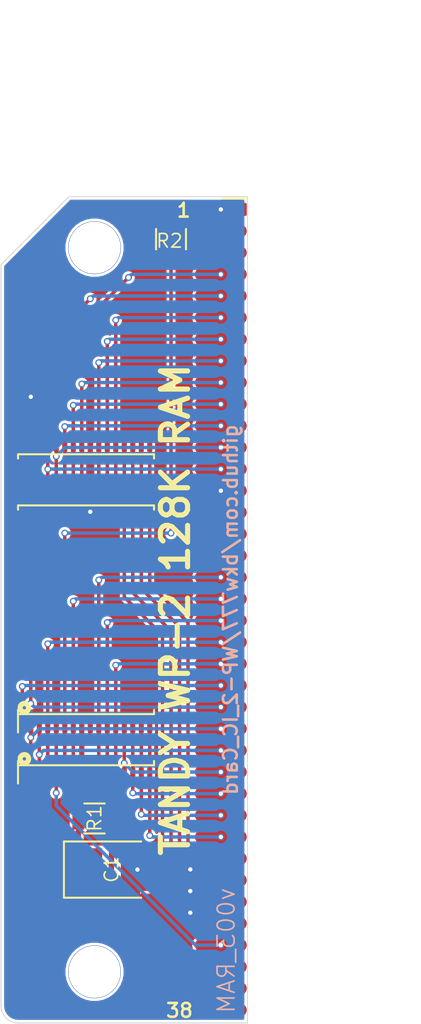
<source format=kicad_pcb>
(kicad_pcb (version 20171130) (host pcbnew 5.1.7-a382d34a8~87~ubuntu20.04.1)

  (general
    (thickness 0.8)
    (drawings 11)
    (tracks 183)
    (zones 0)
    (modules 8)
    (nets 34)
  )

  (page USLetter)
  (title_block
    (title "WP-2 128K RAM IC-Card")
    (date 2020-09-26)
    (company "Brian K. White - b.kenyon.w@gmail.com")
  )

  (layers
    (0 F.Cu signal)
    (31 B.Cu signal)
    (33 F.Adhes user)
    (35 F.Paste user)
    (36 B.SilkS user)
    (37 F.SilkS user)
    (38 B.Mask user)
    (39 F.Mask user)
    (40 Dwgs.User user)
    (41 Cmts.User user hide)
    (42 Eco1.User user hide)
    (43 Eco2.User user hide)
    (44 Edge.Cuts user)
    (45 Margin user hide)
    (46 B.CrtYd user hide)
    (47 F.CrtYd user hide)
    (49 F.Fab user hide)
  )

  (setup
    (last_trace_width 0.254)
    (user_trace_width 0.1524)
    (user_trace_width 0.1778)
    (user_trace_width 0.2032)
    (user_trace_width 0.3048)
    (user_trace_width 0.508)
    (trace_clearance 0.1524)
    (zone_clearance 0.16)
    (zone_45_only no)
    (trace_min 0.1524)
    (via_size 0.4064)
    (via_drill 0.254)
    (via_min_size 0.4064)
    (via_min_drill 0.254)
    (uvia_size 0.4064)
    (uvia_drill 0.254)
    (uvias_allowed no)
    (uvia_min_size 0.4064)
    (uvia_min_drill 0.254)
    (edge_width 0.05)
    (segment_width 0.2)
    (pcb_text_width 0.3)
    (pcb_text_size 1.5 1.5)
    (mod_edge_width 0.12)
    (mod_text_size 1 1)
    (mod_text_width 0.15)
    (pad_size 0.3 1)
    (pad_drill 0)
    (pad_to_mask_clearance 0)
    (aux_axis_origin 158.75 99.695)
    (grid_origin 158.75 99.695)
    (visible_elements FFFFFF7F)
    (pcbplotparams
      (layerselection 0x010f0_ffffffff)
      (usegerberextensions false)
      (usegerberattributes true)
      (usegerberadvancedattributes true)
      (creategerberjobfile true)
      (excludeedgelayer true)
      (linewidth 0.100000)
      (plotframeref false)
      (viasonmask false)
      (mode 1)
      (useauxorigin false)
      (hpglpennumber 1)
      (hpglpenspeed 20)
      (hpglpendiameter 15.000000)
      (psnegative false)
      (psa4output false)
      (plotreference true)
      (plotvalue true)
      (plotinvisibletext false)
      (padsonsilk false)
      (subtractmaskfromsilk false)
      (outputformat 1)
      (mirror false)
      (drillshape 0)
      (scaleselection 1)
      (outputdirectory "WP-2_IC_Card_v003_GERBER"))
  )

  (net 0 "")
  (net 1 GND)
  (net 2 /CE2)
  (net 3 /~CE1)
  (net 4 /~OE)
  (net 5 /D0)
  (net 6 /D1)
  (net 7 /D2)
  (net 8 /D3)
  (net 9 /D4)
  (net 10 /D5)
  (net 11 /D6)
  (net 12 /D7)
  (net 13 /A16)
  (net 14 /A15)
  (net 15 /A14)
  (net 16 /A13)
  (net 17 /A12)
  (net 18 /A11)
  (net 19 /A10)
  (net 20 /A9)
  (net 21 /A8)
  (net 22 /A7)
  (net 23 /A6)
  (net 24 /A5)
  (net 25 /A4)
  (net 26 /A3)
  (net 27 /A2)
  (net 28 /A1)
  (net 29 /A0)
  (net 30 /R~W)
  (net 31 VDD)
  (net 32 /~DET)
  (net 33 "Net-(C1-Pad1)")

  (net_class Default "This is the default net class."
    (clearance 0.1524)
    (trace_width 0.254)
    (via_dia 0.4064)
    (via_drill 0.254)
    (uvia_dia 0.4064)
    (uvia_drill 0.254)
    (diff_pair_width 0.1524)
    (diff_pair_gap 0.2032)
    (add_net /A0)
    (add_net /A1)
    (add_net /A10)
    (add_net /A11)
    (add_net /A12)
    (add_net /A13)
    (add_net /A14)
    (add_net /A15)
    (add_net /A16)
    (add_net /A2)
    (add_net /A3)
    (add_net /A4)
    (add_net /A5)
    (add_net /A6)
    (add_net /A7)
    (add_net /A8)
    (add_net /A9)
    (add_net /CE2)
    (add_net /D0)
    (add_net /D1)
    (add_net /D2)
    (add_net /D3)
    (add_net /D4)
    (add_net /D5)
    (add_net /D6)
    (add_net /D7)
    (add_net /R~W)
    (add_net /~CE1)
    (add_net /~DET)
    (add_net /~OE)
    (add_net GND)
    (add_net "Net-(C1-Pad1)")
    (add_net VDD)
  )

  (module 0_LOCAL:WP-2_IC_Card_Carrier_v003 (layer F.Cu) (tedit 5F7C3C55) (tstamp 5F76679F)
    (at 158.75 99.695)
    (attr virtual)
    (fp_text reference Carrier (at 0 -2 270) (layer Dwgs.User) hide
      (effects (font (size 4 4) (thickness 0.12)))
    )
    (fp_text value WP-2_IC_Card_Carrier_v003 (at 0 2 270) (layer F.Fab) hide
      (effects (font (size 4 4) (thickness 0.01)))
    )
    (fp_line (start -14.5 -20.25) (end -10.5 -24.25) (layer Dwgs.User) (width 0.12))
    (fp_line (start -10.5 -24.25) (end 0 -24.25) (layer Dwgs.User) (width 0.12))
    (fp_line (start -14.5 24.25) (end -14.5 -20.25) (layer Dwgs.User) (width 0.12))
    (fp_line (start 0 24.25) (end -14.5 24.25) (layer Dwgs.User) (width 0.12))
    (fp_line (start -9 18.75) (end -12.75 18.75) (layer Dwgs.User) (width 0.12))
    (fp_line (start -6.5 22.5) (end -6.5 21.25) (layer Dwgs.User) (width 0.12))
    (fp_line (start -6.5 -22.5) (end -6.5 -21.25) (layer Dwgs.User) (width 0.12))
    (fp_line (start -12.75 -18.75) (end -9 -18.75) (layer Dwgs.User) (width 0.12))
    (fp_line (start -4 -23.5) (end -5.5 -23.5) (layer Dwgs.User) (width 0.12))
    (fp_line (start 0 24.25) (end 0 -24.25) (layer Dwgs.User) (width 0.12))
    (fp_line (start -5.5 23.5) (end -4 23.5) (layer Dwgs.User) (width 0.12))
    (fp_line (start -13.75 -17.75) (end -13.75 17.75) (layer Dwgs.User) (width 0.12))
    (fp_line (start -3 22.5) (end -3 -22.5) (layer Dwgs.User) (width 0.12))
    (fp_arc (start -4 22.5) (end -4 23.5) (angle -90) (layer Dwgs.User) (width 0.12))
    (fp_arc (start -5.5 22.5) (end -6.5 22.5) (angle -90) (layer Dwgs.User) (width 0.12))
    (fp_arc (start -12.75 17.75) (end -13.75 17.75) (angle -90) (layer Dwgs.User) (width 0.12))
    (fp_arc (start -4 -22.5) (end -3 -22.5) (angle -90) (layer Dwgs.User) (width 0.12))
    (fp_arc (start -5.5 -22.5) (end -5.5 -23.5) (angle -90) (layer Dwgs.User) (width 0.12))
    (fp_arc (start -12.75 -17.75) (end -12.75 -18.75) (angle -90) (layer Dwgs.User) (width 0.12))
    (fp_arc (start -9 -21.25) (end -9 -18.75) (angle -90) (layer Dwgs.User) (width 0.12))
    (fp_arc (start -9 21.25) (end -6.5 21.25) (angle -90) (layer Dwgs.User) (width 0.12))
    (pad "" np_thru_hole circle (at -9 21.25 180) (size 3.1 3.1) (drill 3.05) (layers *.Cu *.Mask))
    (pad "" np_thru_hole circle (at -9 -21.25 180) (size 3.1 3.1) (drill 3.05) (layers *.Cu *.Mask))
    (model /home/bkw/src/WP-2_IC_Card/Carrier/WP-2_IC_Card_Carrier_v003-g.step_x
      (offset (xyz 6 27 1.6))
      (scale (xyz 1 1 1))
      (rotate (xyz 0 180 -90))
    )
    (model /home/bkw/src/WP-2_IC_Card/Carrier/WP-2_IC_Card_Carrier_v003-s.step
      (offset (xyz 0 0 1.85))
      (scale (xyz 1 1 1))
      (rotate (xyz 180 0 90))
    )
  )

  (module 0_LOCAL:PinSocket_1x38x1.27_edge_s (layer F.Cu) (tedit 5F7C31EE) (tstamp 5F74043C)
    (at 158.75 99.695)
    (descr "Through hole straight socket strip, 1x38, 1.27mm pitch, single row")
    (tags "Through hole socket strip THT 1x38 1.27mm single row")
    (path /5F6EF0A3)
    (attr smd)
    (fp_text reference J1 (at -2.8956 4.4196 -90) (layer F.SilkS) hide
      (effects (font (size 1 1) (thickness 0.15)))
    )
    (fp_text value Conn_01x38_Female (at -2.921 23.114 -90) (layer F.Fab)
      (effects (font (size 1 1) (thickness 0.15)))
    )
    (fp_line (start -1.524 -24.13) (end -0.127 -24.13) (layer F.SilkS) (width 0.12))
    (fp_line (start -0.127 -24.13) (end -0.127 -23.9395) (layer F.SilkS) (width 0.12))
    (fp_line (start 5.08 -24.13) (end 8.509 -24.13) (layer F.Fab) (width 0.08))
    (fp_line (start 8.509 -24.13) (end 8.509 24.13) (layer F.Fab) (width 0.08))
    (fp_line (start 8.509 24.13) (end 5.08 24.13) (layer F.Fab) (width 0.08))
    (fp_line (start 0.1905 -22.5425) (end 6.0325 -22.5425) (layer F.Fab) (width 0.08))
    (fp_line (start 0.1905 -21.9075) (end 6.0325 -21.9075) (layer F.Fab) (width 0.08))
    (fp_line (start 0.1905 -21.9075) (end 0 -22.098) (layer F.Fab) (width 0.08))
    (fp_line (start 0.1905 -22.5425) (end 0 -22.352) (layer F.Fab) (width 0.08))
    (fp_line (start 0 -22.352) (end 0 -22.098) (layer F.Fab) (width 0.08))
    (fp_line (start 6.0325 -22.5425) (end 6.0325 -21.9075) (layer F.Fab) (width 0.08))
    (fp_line (start 2.794 -18.0975) (end 2.6035 -18.288) (layer F.Fab) (width 0.08))
    (fp_line (start 2.794 -18.7325) (end 8.636 -18.7325) (layer F.Fab) (width 0.08))
    (fp_line (start 2.794 -18.7325) (end 2.6035 -18.542) (layer F.Fab) (width 0.08))
    (fp_line (start 2.794 -18.0975) (end 8.636 -18.0975) (layer F.Fab) (width 0.08))
    (fp_line (start 2.6035 -18.288) (end 2.6035 -18.542) (layer F.Fab) (width 0.08))
    (fp_line (start 8.636 -18.0975) (end 8.636 -18.7325) (layer F.Fab) (width 0.08))
    (fp_line (start 3.7465 -22.6695) (end 3.7465 -25.4) (layer F.Fab) (width 0.08))
    (fp_line (start 3.7465 -22.6695) (end 3.556 -22.86) (layer F.Fab) (width 0.08))
    (fp_line (start 3.7465 -22.6695) (end 3.937 -22.86) (layer F.Fab) (width 0.08))
    (fp_line (start 4.3815 -24.257) (end 4.572 -24.4475) (layer F.Fab) (width 0.08))
    (fp_line (start 4.3815 -24.257) (end 4.191 -24.4475) (layer F.Fab) (width 0.08))
    (fp_line (start 4.3815 -24.257) (end 4.3815 -25.4) (layer F.Fab) (width 0.08))
    (fp_line (start 3.7465 -25.4) (end 4.3815 -25.4) (layer F.Fab) (width 0.08))
    (fp_line (start 4.3815 -25.4) (end 4.064 -25.4) (layer F.Fab) (width 0.08))
    (fp_line (start 4.064 -25.4) (end 4.064 -26.035) (layer F.Fab) (width 0.08))
    (fp_line (start 7.62 -18.8595) (end 7.8105 -19.05) (layer F.Fab) (width 0.08))
    (fp_line (start 7.62 -18.8595) (end 7.4295 -19.05) (layer F.Fab) (width 0.08))
    (fp_line (start 7.62 -18.8595) (end 7.62 -25.4) (layer F.Fab) (width 0.08))
    (fp_line (start 8.255 -24.257) (end 8.255 -25.4) (layer F.Fab) (width 0.08))
    (fp_line (start 8.255 -25.4) (end 7.9375 -25.4) (layer F.Fab) (width 0.08))
    (fp_line (start 8.255 -24.257) (end 8.4455 -24.4475) (layer F.Fab) (width 0.08))
    (fp_line (start 7.62 -25.4) (end 8.255 -25.4) (layer F.Fab) (width 0.08))
    (fp_line (start 8.255 -24.257) (end 8.0645 -24.4475) (layer F.Fab) (width 0.08))
    (fp_line (start 7.9375 -25.4) (end 7.9375 -26.035) (layer F.Fab) (width 0.08))
    (fp_line (start 0 -24.13) (end 4.3815 -24.13) (layer F.Fab) (width 0.08))
    (fp_line (start 4.3815 -24.13) (end 4.3815 24.13) (layer F.Fab) (width 0.08))
    (fp_line (start 4.3815 24.13) (end 0 24.13) (layer F.Fab) (width 0.08))
    (fp_line (start 0 24.13) (end 0 -24.13) (layer F.Fab) (width 0.08))
    (fp_text user "pins 6.0mm" (at 9.8425 -20.574 -90) (layer F.Fab)
      (effects (font (size 0.5 0.5) (thickness 0.05)))
    )
    (fp_text user "Height 8.5mm, Bottom 2.5mm" (at 7.112 -30.0355 -90) (layer F.Fab)
      (effects (font (size 0.5 0.5) (thickness 0.05)))
    )
    (fp_text user "samtec header" (at 8.001 -28.956 -90) (layer F.Fab)
      (effects (font (size 0.5 0.5) (thickness 0.05)))
    )
    (fp_text user "Height 4.4mm, Bottom 0mm" (at 3.2385 -29.718 -90) (layer F.Fab)
      (effects (font (size 0.5 0.5) (thickness 0.05)))
    )
    (fp_text user "generic header" (at 4.1275 -28.956 -90) (layer F.Fab)
      (effects (font (size 0.5 0.5) (thickness 0.05)))
    )
    (fp_text user %R (at 0 -1.695) (layer F.Fab) hide
      (effects (font (size 1 1) (thickness 0.15)))
    )
    (pad 1 smd roundrect (at -1.57 -23.495) (size 3.048 0.762) (layers F.Cu F.Paste F.Mask) (roundrect_rratio 0.1)
      (net 1 GND))
    (pad 2 smd oval (at -1.57 -22.225) (size 3.048 0.762) (layers F.Cu F.Paste F.Mask)
      (net 32 /~DET))
    (pad 3 smd oval (at -1.57 -20.955) (size 3.048 0.762) (layers F.Cu F.Paste F.Mask)
      (net 2 /CE2))
    (pad 4 smd oval (at -1.57 -19.685) (size 3.048 0.762) (layers F.Cu F.Paste F.Mask)
      (net 3 /~CE1))
    (pad 5 smd oval (at -1.57 -18.415) (size 3.048 0.762) (layers F.Cu F.Paste F.Mask)
      (net 4 /~OE))
    (pad 6 smd oval (at -1.57 -17.145) (size 3.048 0.762) (layers F.Cu F.Paste F.Mask)
      (net 5 /D0))
    (pad 7 smd oval (at -1.57 -15.875) (size 3.048 0.762) (layers F.Cu F.Paste F.Mask)
      (net 6 /D1))
    (pad 8 smd oval (at -1.57 -14.605) (size 3.048 0.762) (layers F.Cu F.Paste F.Mask)
      (net 7 /D2))
    (pad 9 smd oval (at -1.57 -13.335) (size 3.048 0.762) (layers F.Cu F.Paste F.Mask)
      (net 8 /D3))
    (pad 10 smd oval (at -1.57 -12.065) (size 3.048 0.762) (layers F.Cu F.Paste F.Mask)
      (net 9 /D4))
    (pad 11 smd oval (at -1.57 -10.795) (size 3.048 0.762) (layers F.Cu F.Paste F.Mask)
      (net 10 /D5))
    (pad 12 smd oval (at -1.57 -9.525) (size 3.048 0.762) (layers F.Cu F.Paste F.Mask)
      (net 11 /D6))
    (pad 13 smd oval (at -1.57 -8.255) (size 3.048 0.762) (layers F.Cu F.Paste F.Mask)
      (net 12 /D7))
    (pad 14 smd oval (at -1.57 -6.985) (size 3.048 0.762) (layers F.Cu F.Paste F.Mask)
      (net 1 GND))
    (pad 15 smd oval (at -1.57 -5.715) (size 3.048 0.762) (layers F.Cu F.Paste F.Mask))
    (pad 16 smd oval (at -1.57 -4.445) (size 3.048 0.762) (layers F.Cu F.Paste F.Mask))
    (pad 17 smd oval (at -1.57 -3.175) (size 3.048 0.762) (layers F.Cu F.Paste F.Mask))
    (pad 18 smd oval (at -1.57 -1.905) (size 3.048 0.762) (layers F.Cu F.Paste F.Mask)
      (net 13 /A16))
    (pad 19 smd oval (at -1.57 -0.635) (size 3.048 0.762) (layers F.Cu F.Paste F.Mask)
      (net 14 /A15))
    (pad 20 smd oval (at -1.57 0.635) (size 3.048 0.762) (layers F.Cu F.Paste F.Mask)
      (net 15 /A14))
    (pad 21 smd oval (at -1.57 1.905) (size 3.048 0.762) (layers F.Cu F.Paste F.Mask)
      (net 16 /A13))
    (pad 22 smd oval (at -1.57 3.175) (size 3.048 0.762) (layers F.Cu F.Paste F.Mask)
      (net 17 /A12))
    (pad 23 smd oval (at -1.57 4.445) (size 3.048 0.762) (layers F.Cu F.Paste F.Mask)
      (net 18 /A11))
    (pad 24 smd oval (at -1.57 5.715) (size 3.048 0.762) (layers F.Cu F.Paste F.Mask)
      (net 19 /A10))
    (pad 25 smd oval (at -1.57 6.985) (size 3.048 0.762) (layers F.Cu F.Paste F.Mask)
      (net 20 /A9))
    (pad 26 smd oval (at -1.57 8.255) (size 3.048 0.762) (layers F.Cu F.Paste F.Mask)
      (net 21 /A8))
    (pad 27 smd oval (at -1.57 9.525) (size 3.048 0.762) (layers F.Cu F.Paste F.Mask)
      (net 22 /A7))
    (pad 28 smd oval (at -1.57 10.795) (size 3.048 0.762) (layers F.Cu F.Paste F.Mask)
      (net 23 /A6))
    (pad 29 smd oval (at -1.57 12.065) (size 3.048 0.762) (layers F.Cu F.Paste F.Mask)
      (net 24 /A5))
    (pad 30 smd oval (at -1.57 13.335) (size 3.048 0.762) (layers F.Cu F.Paste F.Mask)
      (net 25 /A4))
    (pad 31 smd oval (at -1.57 14.605) (size 3.048 0.762) (layers F.Cu F.Paste F.Mask)
      (net 26 /A3))
    (pad 32 smd oval (at -1.57 15.875) (size 3.048 0.762) (layers F.Cu F.Paste F.Mask)
      (net 27 /A2))
    (pad 33 smd oval (at -1.57 17.145) (size 3.048 0.762) (layers F.Cu F.Paste F.Mask)
      (net 28 /A1))
    (pad 34 smd oval (at -1.57 18.415) (size 3.048 0.762) (layers F.Cu F.Paste F.Mask)
      (net 29 /A0))
    (pad 35 smd oval (at -1.57 19.685) (size 3.048 0.762) (layers F.Cu F.Paste F.Mask)
      (net 30 /R~W))
    (pad 36 smd oval (at -1.57 20.955) (size 3.048 0.762) (layers F.Cu F.Paste F.Mask))
    (pad 37 smd oval (at -1.57 22.225) (size 3.048 0.762) (layers F.Cu F.Paste F.Mask))
    (pad 38 smd oval (at -1.57 23.495) (size 3.048 0.762) (layers F.Cu F.Paste F.Mask)
      (net 31 VDD))
    (model ${KIPRJMOD}/3d/PinSocket_1x38_P1.27mm_Vertical.step_x
      (offset (xyz 0 23.495 0.1))
      (scale (xyz 1 1 1))
      (rotate (xyz 0 -90 0))
    )
    (model ${KIPRJMOD}/3d/SMS-138-01-x-x.step
      (offset (xyz 0 0 0.25))
      (scale (xyz 1 1 1))
      (rotate (xyz 0 0 90))
    )
  )

  (module 0_LOCAL:R_0805 (layer F.Cu) (tedit 5F75A133) (tstamp 5F752AD5)
    (at 154.25 77.945 270)
    (descr "Resistor SMD 0805, reflow soldering, Vishay (see dcrcw.pdf)")
    (tags "resistor 0805")
    (path /5F9FA366)
    (attr smd)
    (fp_text reference R2 (at 0.1 0.09) (layer F.SilkS)
      (effects (font (size 0.8 0.8) (thickness 0.1)))
    )
    (fp_text value 47K (at 0 1.75 90) (layer F.Fab)
      (effects (font (size 1 1) (thickness 0.15)))
    )
    (fp_line (start -1 0.62) (end -1 -0.62) (layer F.Fab) (width 0.1))
    (fp_line (start 1 0.62) (end -1 0.62) (layer F.Fab) (width 0.1))
    (fp_line (start 1 -0.62) (end 1 0.62) (layer F.Fab) (width 0.1))
    (fp_line (start -1 -0.62) (end 1 -0.62) (layer F.Fab) (width 0.1))
    (fp_line (start 0.6 0.88) (end -0.6 0.88) (layer F.SilkS) (width 0.12))
    (fp_line (start -0.6 -0.88) (end 0.6 -0.88) (layer F.SilkS) (width 0.12))
    (fp_line (start -1.55 -0.9) (end 1.55 -0.9) (layer F.CrtYd) (width 0.05))
    (fp_line (start -1.55 -0.9) (end -1.55 0.9) (layer F.CrtYd) (width 0.05))
    (fp_line (start 1.55 0.9) (end 1.55 -0.9) (layer F.CrtYd) (width 0.05))
    (fp_line (start 1.55 0.9) (end -1.55 0.9) (layer F.CrtYd) (width 0.05))
    (fp_text user %R (at 0 0 90) (layer F.Fab)
      (effects (font (size 0.5 0.5) (thickness 0.075)))
    )
    (pad 1 smd rect (at -0.95 0 270) (size 0.7 1.3) (layers F.Cu F.Paste F.Mask)
      (net 1 GND))
    (pad 2 smd rect (at 0.95 0 270) (size 0.7 1.3) (layers F.Cu F.Paste F.Mask)
      (net 2 /CE2))
    (model ${KIPRJMOD}/3d/R_0805_2012Metric.step
      (at (xyz 0 0 0))
      (scale (xyz 1 1 1))
      (rotate (xyz 0 0 0))
    )
  )

  (module 0_LOCAL:R_0805 (layer F.Cu) (tedit 5F75A133) (tstamp 5F752ACC)
    (at 149.75 111.945 180)
    (descr "Resistor SMD 0805, reflow soldering, Vishay (see dcrcw.pdf)")
    (tags "resistor 0805")
    (path /5F805237)
    (attr smd)
    (fp_text reference R1 (at 0 0 90) (layer F.SilkS)
      (effects (font (size 0.8 0.8) (thickness 0.1)))
    )
    (fp_text value 4.7K (at 0 1.75) (layer F.Fab)
      (effects (font (size 1 1) (thickness 0.15)))
    )
    (fp_line (start -1 0.62) (end -1 -0.62) (layer F.Fab) (width 0.1))
    (fp_line (start 1 0.62) (end -1 0.62) (layer F.Fab) (width 0.1))
    (fp_line (start 1 -0.62) (end 1 0.62) (layer F.Fab) (width 0.1))
    (fp_line (start -1 -0.62) (end 1 -0.62) (layer F.Fab) (width 0.1))
    (fp_line (start 0.6 0.88) (end -0.6 0.88) (layer F.SilkS) (width 0.12))
    (fp_line (start -0.6 -0.88) (end 0.6 -0.88) (layer F.SilkS) (width 0.12))
    (fp_line (start -1.55 -0.9) (end 1.55 -0.9) (layer F.CrtYd) (width 0.05))
    (fp_line (start -1.55 -0.9) (end -1.55 0.9) (layer F.CrtYd) (width 0.05))
    (fp_line (start 1.55 0.9) (end 1.55 -0.9) (layer F.CrtYd) (width 0.05))
    (fp_line (start 1.55 0.9) (end -1.55 0.9) (layer F.CrtYd) (width 0.05))
    (fp_text user %R (at 0 0) (layer F.Fab)
      (effects (font (size 0.5 0.5) (thickness 0.075)))
    )
    (pad 1 smd rect (at -0.95 0 180) (size 0.7 1.3) (layers F.Cu F.Paste F.Mask)
      (net 31 VDD))
    (pad 2 smd rect (at 0.95 0 180) (size 0.7 1.3) (layers F.Cu F.Paste F.Mask)
      (net 33 "Net-(C1-Pad1)"))
    (model ${KIPRJMOD}/3d/R_0805_2012Metric.step
      (at (xyz 0 0 0))
      (scale (xyz 1 1 1))
      (rotate (xyz 0 0 0))
    )
  )

  (module 0_LOCAL:CP_Tantalum_Case-B_EIA-3528-21_Reflow (layer F.Cu) (tedit 5F759FEC) (tstamp 5F75A301)
    (at 150.75 114.945)
    (descr "Tantalum capacitor, Case B, EIA 3528-21, 3.5x2.8x1.9mm, Reflow soldering footprint")
    (tags "capacitor tantalum smd")
    (path /5F7F0020)
    (attr smd)
    (fp_text reference C1 (at 0 0 90 unlocked) (layer F.SilkS)
      (effects (font (size 0.8 0.8) (thickness 0.1)))
    )
    (fp_text value 220uf (at 0 3.15 180) (layer F.Fab)
      (effects (font (size 1 1) (thickness 0.15)))
    )
    (fp_line (start -2.85 -1.75) (end -2.85 1.75) (layer F.CrtYd) (width 0.05))
    (fp_line (start -2.85 1.75) (end 2.85 1.75) (layer F.CrtYd) (width 0.05))
    (fp_line (start 2.85 1.75) (end 2.85 -1.75) (layer F.CrtYd) (width 0.05))
    (fp_line (start 2.85 -1.75) (end -2.85 -1.75) (layer F.CrtYd) (width 0.05))
    (fp_line (start -1.75 -1.4) (end -1.75 1.4) (layer F.Fab) (width 0.1))
    (fp_line (start -1.75 1.4) (end 1.75 1.4) (layer F.Fab) (width 0.1))
    (fp_line (start 1.75 1.4) (end 1.75 -1.4) (layer F.Fab) (width 0.1))
    (fp_line (start 1.75 -1.4) (end -1.75 -1.4) (layer F.Fab) (width 0.1))
    (fp_line (start -1.4 -1.4) (end -1.4 1.4) (layer F.Fab) (width 0.1))
    (fp_line (start -1.225 -1.4) (end -1.225 1.4) (layer F.Fab) (width 0.1))
    (fp_line (start -2.8 -1.65) (end 1.75 -1.65) (layer F.SilkS) (width 0.12))
    (fp_line (start -2.8 1.65) (end 1.75 1.65) (layer F.SilkS) (width 0.12))
    (fp_line (start -2.8 -1.65) (end -2.8 1.65) (layer F.SilkS) (width 0.12))
    (fp_text user %R (at 0 0 180) (layer F.Fab)
      (effects (font (size 0.8 0.8) (thickness 0.12)))
    )
    (pad 1 smd rect (at -1.525 0) (size 1.95 2.5) (layers F.Cu F.Paste F.Mask)
      (net 33 "Net-(C1-Pad1)"))
    (pad 2 smd rect (at 1.525 0) (size 1.95 2.5) (layers F.Cu F.Paste F.Mask)
      (net 1 GND))
    (model ${KIPRJMOD}/3d/TLNT_AVX.step
      (at (xyz 0 0 0))
      (scale (xyz 1 1 1))
      (rotate (xyz 0 0 0))
    )
  )

  (module 0_LOCAL:Net_Tie_2p_8mil (layer F.Cu) (tedit 5F70D483) (tstamp 5F712C2A)
    (at 157.05 76.835 270)
    (path /5F8923B3)
    (fp_text reference NT1 (at 0 1.016 90) (layer F.SilkS) hide
      (effects (font (size 0.508 0.508) (thickness 0.1016)))
    )
    (fp_text value Net-Tie_2 (at 0 -2 90) (layer F.Fab) hide
      (effects (font (size 1 1) (thickness 0.01)))
    )
    (fp_line (start -0.2032 0) (end 0.2032 0) (layer F.Cu) (width 0.2032))
    (pad 2 smd circle (at 0.2032 0 270) (size 0.2032 0.2032) (layers F.Cu)
      (net 32 /~DET))
    (pad 1 smd circle (at -0.2032 0 270) (size 0.2032 0.2032) (layers F.Cu)
      (net 1 GND))
  )

  (module 0_LOCAL:TSOP32-20mm (layer F.Cu) (tedit 5F70AFE8) (tstamp 5F755D97)
    (at 149.25 99.695)
    (descr "Module CMS TSOP 32 pins")
    (tags "CMS TSOP")
    (path /5F718069)
    (attr smd)
    (fp_text reference U1 (at 0.009 8.382 180) (layer F.SilkS) hide
      (effects (font (size 1 1) (thickness 0.15)))
    )
    (fp_text value "SRAM 128Kx8 5v Parallel" (at 0 5) (layer F.Fab)
      (effects (font (size 1 1) (thickness 0.15)))
    )
    (fp_circle (center -3.625 8.75) (end -3.525 8.75) (layer F.SilkS) (width 0.3))
    (fp_line (start -4 9.125) (end 4 9.125) (layer F.SilkS) (width 0.12))
    (fp_line (start 4 -9.125) (end -4 -9.125) (layer F.SilkS) (width 0.12))
    (fp_line (start -4 10.2) (end -4 8.875) (layer F.SilkS) (width 0.12))
    (fp_line (start 4 9.125) (end 4 8.875) (layer F.SilkS) (width 0.12))
    (fp_line (start -4 -9.125) (end -4 -8.875) (layer F.SilkS) (width 0.12))
    (fp_line (start 4 -9.125) (end 4 -8.875) (layer F.SilkS) (width 0.12))
    (fp_text user %R (at 0 0) (layer F.Fab)
      (effects (font (size 1 1) (thickness 0.15)))
    )
    (pad 1 smd roundrect (at -3.75 9.75) (size 0.3 1) (layers F.Cu F.Paste F.Mask) (roundrect_rratio 0.25)
      (net 18 /A11))
    (pad 2 smd roundrect (at -3.25 9.75) (size 0.3 1) (layers F.Cu F.Paste F.Mask) (roundrect_rratio 0.25)
      (net 20 /A9))
    (pad 3 smd roundrect (at -2.75 9.75) (size 0.3 1) (layers F.Cu F.Paste F.Mask) (roundrect_rratio 0.25)
      (net 21 /A8))
    (pad 4 smd roundrect (at -2.25 9.75) (size 0.3 1) (layers F.Cu F.Paste F.Mask) (roundrect_rratio 0.25)
      (net 16 /A13))
    (pad 5 smd roundrect (at -1.75 9.75) (size 0.3 1) (layers F.Cu F.Paste F.Mask) (roundrect_rratio 0.25)
      (net 30 /R~W))
    (pad 6 smd roundrect (at -1.25 9.75) (size 0.3 1) (layers F.Cu F.Paste F.Mask) (roundrect_rratio 0.25)
      (net 2 /CE2))
    (pad 7 smd roundrect (at -0.75 9.75) (size 0.3 1) (layers F.Cu F.Paste F.Mask) (roundrect_rratio 0.25)
      (net 14 /A15))
    (pad 8 smd roundrect (at -0.25 9.75) (size 0.3 1) (layers F.Cu F.Paste F.Mask) (roundrect_rratio 0.25)
      (net 31 VDD))
    (pad 9 smd roundrect (at 0.25 9.75) (size 0.3 1) (layers F.Cu F.Paste F.Mask) (roundrect_rratio 0.25))
    (pad 10 smd roundrect (at 0.75 9.75) (size 0.3 1) (layers F.Cu F.Paste F.Mask) (roundrect_rratio 0.25)
      (net 13 /A16))
    (pad 11 smd roundrect (at 1.25 9.75) (size 0.3 1) (layers F.Cu F.Paste F.Mask) (roundrect_rratio 0.25)
      (net 15 /A14))
    (pad 12 smd roundrect (at 1.75 9.75) (size 0.3 1) (layers F.Cu F.Paste F.Mask) (roundrect_rratio 0.25)
      (net 17 /A12))
    (pad 13 smd roundrect (at 2.25 9.75) (size 0.3 1) (layers F.Cu F.Paste F.Mask) (roundrect_rratio 0.25)
      (net 22 /A7))
    (pad 14 smd roundrect (at 2.75 9.75) (size 0.3 1) (layers F.Cu F.Paste F.Mask) (roundrect_rratio 0.25)
      (net 23 /A6))
    (pad 15 smd roundrect (at 3.25 9.75) (size 0.3 1) (layers F.Cu F.Paste F.Mask) (roundrect_rratio 0.25)
      (net 24 /A5))
    (pad 16 smd roundrect (at 3.75 9.75) (size 0.3 1) (layers F.Cu F.Paste F.Mask) (roundrect_rratio 0.25)
      (net 25 /A4))
    (pad 17 smd roundrect (at 3.75 -9.75) (size 0.3 1) (layers F.Cu F.Paste F.Mask) (roundrect_rratio 0.25)
      (net 26 /A3))
    (pad 18 smd roundrect (at 3.25 -9.75) (size 0.3 1) (layers F.Cu F.Paste F.Mask) (roundrect_rratio 0.25)
      (net 27 /A2))
    (pad 19 smd roundrect (at 2.75 -9.75) (size 0.3 1) (layers F.Cu F.Paste F.Mask) (roundrect_rratio 0.25)
      (net 28 /A1))
    (pad 20 smd roundrect (at 2.25 -9.75) (size 0.3 1) (layers F.Cu F.Paste F.Mask) (roundrect_rratio 0.25)
      (net 29 /A0))
    (pad 21 smd roundrect (at 1.75 -9.75) (size 0.3 1) (layers F.Cu F.Paste F.Mask) (roundrect_rratio 0.25)
      (net 5 /D0))
    (pad 22 smd roundrect (at 1.25 -9.75) (size 0.3 1) (layers F.Cu F.Paste F.Mask) (roundrect_rratio 0.25)
      (net 6 /D1))
    (pad 23 smd roundrect (at 0.75 -9.75) (size 0.3 1) (layers F.Cu F.Paste F.Mask) (roundrect_rratio 0.25)
      (net 7 /D2))
    (pad 24 smd roundrect (at 0.25 -9.75) (size 0.3 1) (layers F.Cu F.Paste F.Mask) (roundrect_rratio 0.25)
      (net 1 GND))
    (pad 25 smd roundrect (at -0.25 -9.75) (size 0.3 1) (layers F.Cu F.Paste F.Mask) (roundrect_rratio 0.25)
      (net 8 /D3))
    (pad 26 smd roundrect (at -0.75 -9.75) (size 0.3 1) (layers F.Cu F.Paste F.Mask) (roundrect_rratio 0.25)
      (net 9 /D4))
    (pad 27 smd roundrect (at -1.25 -9.75) (size 0.3 1) (layers F.Cu F.Paste F.Mask) (roundrect_rratio 0.25)
      (net 10 /D5))
    (pad 28 smd roundrect (at -1.75 -9.75) (size 0.3 1) (layers F.Cu F.Paste F.Mask) (roundrect_rratio 0.25)
      (net 11 /D6))
    (pad 29 smd roundrect (at -2.25 -9.75) (size 0.3 1) (layers F.Cu F.Paste F.Mask) (roundrect_rratio 0.25)
      (net 12 /D7))
    (pad 30 smd roundrect (at -2.75 -9.75) (size 0.3 1) (layers F.Cu F.Paste F.Mask) (roundrect_rratio 0.25)
      (net 3 /~CE1))
    (pad 31 smd roundrect (at -3.25 -9.75) (size 0.3 1) (layers F.Cu F.Paste F.Mask) (roundrect_rratio 0.25)
      (net 19 /A10))
    (pad 32 smd roundrect (at -3.75 -9.75) (size 0.3 1) (layers F.Cu F.Paste F.Mask) (roundrect_rratio 0.25)
      (net 4 /~OE))
    (model ${KIPRJMOD}/3d/TSOP32_8X20.step
      (at (xyz 0 0 0))
      (scale (xyz 1 1 1))
      (rotate (xyz 0 0 -90))
    )
  )

  (module 0_LOCAL:TSOP32-14mm (layer F.Cu) (tedit 5F70AFD9) (tstamp 5F712C60)
    (at 149.25 99.695)
    (descr "Module CMS TSOP 32 pins")
    (tags "CMS TSOP")
    (path /5F906116)
    (attr smd)
    (fp_text reference U2 (at 0 5.334 180) (layer F.SilkS) hide
      (effects (font (size 1 1) (thickness 0.15)))
    )
    (fp_text value "SRAM 128Kx8 5v Parallel" (at 1.27 0 90) (layer F.Fab)
      (effects (font (size 1 1) (thickness 0.15)))
    )
    (fp_circle (center -3.625 5.75) (end -3.525 5.75) (layer F.SilkS) (width 0.3))
    (fp_line (start -4 6.125) (end 4 6.125) (layer F.SilkS) (width 0.12))
    (fp_line (start 4 -6.125) (end -4 -6.125) (layer F.SilkS) (width 0.12))
    (fp_line (start -4 7.2) (end -4 5.875) (layer F.SilkS) (width 0.12))
    (fp_line (start 4 6.125) (end 4 5.875) (layer F.SilkS) (width 0.12))
    (fp_line (start -4 -6.125) (end -4 -5.875) (layer F.SilkS) (width 0.12))
    (fp_line (start 4 -6.125) (end 4 -5.875) (layer F.SilkS) (width 0.12))
    (pad 1 smd roundrect (at -3.75 6.75) (size 0.3 1) (layers F.Cu F.Paste F.Mask) (roundrect_rratio 0.25)
      (net 18 /A11))
    (pad 2 smd roundrect (at -3.25 6.75) (size 0.3 1) (layers F.Cu F.Paste F.Mask) (roundrect_rratio 0.25)
      (net 20 /A9))
    (pad 3 smd roundrect (at -2.75 6.75) (size 0.3 1) (layers F.Cu F.Paste F.Mask) (roundrect_rratio 0.25)
      (net 21 /A8))
    (pad 4 smd roundrect (at -2.25 6.75) (size 0.3 1) (layers F.Cu F.Paste F.Mask) (roundrect_rratio 0.25)
      (net 16 /A13))
    (pad 5 smd roundrect (at -1.75 6.75) (size 0.3 1) (layers F.Cu F.Paste F.Mask) (roundrect_rratio 0.25)
      (net 30 /R~W))
    (pad 6 smd roundrect (at -1.25 6.75) (size 0.3 1) (layers F.Cu F.Paste F.Mask) (roundrect_rratio 0.25)
      (net 2 /CE2))
    (pad 7 smd roundrect (at -0.75 6.75) (size 0.3 1) (layers F.Cu F.Paste F.Mask) (roundrect_rratio 0.25)
      (net 14 /A15))
    (pad 8 smd roundrect (at -0.25 6.75) (size 0.3 1) (layers F.Cu F.Paste F.Mask) (roundrect_rratio 0.25)
      (net 31 VDD))
    (pad 9 smd roundrect (at 0.25 6.75) (size 0.3 1) (layers F.Cu F.Paste F.Mask) (roundrect_rratio 0.25))
    (pad 10 smd roundrect (at 0.75 6.75) (size 0.3 1) (layers F.Cu F.Paste F.Mask) (roundrect_rratio 0.25)
      (net 13 /A16))
    (pad 11 smd roundrect (at 1.25 6.75) (size 0.3 1) (layers F.Cu F.Paste F.Mask) (roundrect_rratio 0.25)
      (net 15 /A14))
    (pad 12 smd roundrect (at 1.75 6.75) (size 0.3 1) (layers F.Cu F.Paste F.Mask) (roundrect_rratio 0.25)
      (net 17 /A12))
    (pad 13 smd roundrect (at 2.25 6.75) (size 0.3 1) (layers F.Cu F.Paste F.Mask) (roundrect_rratio 0.25)
      (net 22 /A7))
    (pad 14 smd roundrect (at 2.75 6.75) (size 0.3 1) (layers F.Cu F.Paste F.Mask) (roundrect_rratio 0.25)
      (net 23 /A6))
    (pad 15 smd roundrect (at 3.25 6.75) (size 0.3 1) (layers F.Cu F.Paste F.Mask) (roundrect_rratio 0.25)
      (net 24 /A5))
    (pad 16 smd roundrect (at 3.75 6.75) (size 0.3 1) (layers F.Cu F.Paste F.Mask) (roundrect_rratio 0.25)
      (net 25 /A4))
    (pad 17 smd roundrect (at 3.75 -6.75) (size 0.3 1) (layers F.Cu F.Paste F.Mask) (roundrect_rratio 0.25)
      (net 26 /A3))
    (pad 18 smd roundrect (at 3.25 -6.75) (size 0.3 1) (layers F.Cu F.Paste F.Mask) (roundrect_rratio 0.25)
      (net 27 /A2))
    (pad 19 smd roundrect (at 2.75 -6.75) (size 0.3 1) (layers F.Cu F.Paste F.Mask) (roundrect_rratio 0.25)
      (net 28 /A1))
    (pad 20 smd roundrect (at 2.25 -6.75) (size 0.3 1) (layers F.Cu F.Paste F.Mask) (roundrect_rratio 0.25)
      (net 29 /A0))
    (pad 21 smd roundrect (at 1.75 -6.75) (size 0.3 1) (layers F.Cu F.Paste F.Mask) (roundrect_rratio 0.25)
      (net 5 /D0))
    (pad 22 smd roundrect (at 1.25 -6.75) (size 0.3 1) (layers F.Cu F.Paste F.Mask) (roundrect_rratio 0.25)
      (net 6 /D1))
    (pad 23 smd roundrect (at 0.75 -6.75) (size 0.3 1) (layers F.Cu F.Paste F.Mask) (roundrect_rratio 0.25)
      (net 7 /D2))
    (pad 24 smd roundrect (at 0.25 -6.75) (size 0.3 1) (layers F.Cu F.Paste F.Mask) (roundrect_rratio 0.25)
      (net 1 GND))
    (pad 25 smd roundrect (at -0.25 -6.75) (size 0.3 1) (layers F.Cu F.Paste F.Mask) (roundrect_rratio 0.25)
      (net 8 /D3))
    (pad 26 smd roundrect (at -0.75 -6.75) (size 0.3 1) (layers F.Cu F.Paste F.Mask) (roundrect_rratio 0.25)
      (net 9 /D4))
    (pad 27 smd roundrect (at -1.25 -6.75) (size 0.3 1) (layers F.Cu F.Paste F.Mask) (roundrect_rratio 0.25)
      (net 10 /D5))
    (pad 28 smd roundrect (at -1.75 -6.75) (size 0.3 1) (layers F.Cu F.Paste F.Mask) (roundrect_rratio 0.25)
      (net 11 /D6))
    (pad 29 smd roundrect (at -2.25 -6.75) (size 0.3 1) (layers F.Cu F.Paste F.Mask) (roundrect_rratio 0.25)
      (net 12 /D7))
    (pad 30 smd roundrect (at -2.75 -6.75) (size 0.3 1) (layers F.Cu F.Paste F.Mask) (roundrect_rratio 0.25)
      (net 3 /~CE1))
    (pad 31 smd roundrect (at -3.25 -6.75) (size 0.3 1) (layers F.Cu F.Paste F.Mask) (roundrect_rratio 0.25)
      (net 19 /A10))
    (pad 32 smd roundrect (at -3.75 -6.75) (size 0.3 1) (layers F.Cu F.Paste F.Mask) (roundrect_rratio 0.25)
      (net 4 /~OE))
    (model ${KIPRJMOD}/3d/TSOP32_8x14.step_x
      (at (xyz 0 0 0))
      (scale (xyz 1 1 1))
      (rotate (xyz 0 0 -90))
    )
  )

  (gr_arc (start 145.25 122.945) (end 144.25 122.945) (angle -90) (layer Edge.Cuts) (width 0.05))
  (gr_line (start 144.25 79.445) (end 148.25 75.445) (layer Edge.Cuts) (width 0.05))
  (gr_line (start 158.75 123.945) (end 158.75 75.445) (layer Edge.Cuts) (width 0.05) (tstamp 5F759583))
  (gr_line (start 145.25 123.945) (end 158.75 123.945) (layer Edge.Cuts) (width 0.05))
  (gr_line (start 144.25 79.445) (end 144.25 122.945) (layer Edge.Cuts) (width 0.05))
  (gr_line (start 158.75 75.445) (end 148.25 75.445) (layer Edge.Cuts) (width 0.05))
  (gr_text v003_RAM (at 157.5 119.695 -270) (layer B.SilkS)
    (effects (font (size 1 1) (thickness 0.1)) (justify mirror))
  )
  (gr_text 38 (at 154.75 123.2154) (layer F.SilkS) (tstamp 5F712A00)
    (effects (font (size 0.8128 0.8128) (thickness 0.1524)))
  )
  (gr_text 1 (at 154.9948 76.2508) (layer F.SilkS) (tstamp 5F7129FD)
    (effects (font (size 0.8128 0.8128) (thickness 0.1524)))
  )
  (gr_text github.com/bkw777/WP-2_IC_Card (at 157.75 99.695 -270) (layer B.SilkS) (tstamp 5F7129FA)
    (effects (font (size 0.8128 0.8128) (thickness 0.1524)) (justify mirror))
  )
  (gr_text "TANDY WP-2 128K RAM" (at 154.5 99.695 -270) (layer F.SilkS) (tstamp 5F7129F7)
    (effects (font (size 1.6 1.6) (thickness 0.3)))
  )

  (via (at 155.3845 117.475) (size 0.4064) (drill 0.254) (layers F.Cu B.Cu) (net 1))
  (via (at 155.3845 116.205) (size 0.4064) (drill 0.254) (layers F.Cu B.Cu) (net 1))
  (via (at 155.3845 114.935) (size 0.4064) (drill 0.254) (layers F.Cu B.Cu) (net 1))
  (via (at 146 87.195) (size 0.4064) (drill 0.254) (layers F.Cu B.Cu) (net 1))
  (segment (start 157.05 76.33) (end 157.18 76.2) (width 0.2032) (layer F.Cu) (net 1))
  (segment (start 157.05 76.6318) (end 157.05 76.33) (width 0.2032) (layer F.Cu) (net 1))
  (via (at 157.18 92.71) (size 0.4064) (drill 0.254) (layers F.Cu B.Cu) (net 1))
  (segment (start 154.45 76.995) (end 154.25 76.995) (width 0.3048) (layer F.Cu) (net 1))
  (via (at 157.18 76.2) (size 0.4064) (drill 0.254) (layers F.Cu B.Cu) (net 1))
  (segment (start 154.25 76.995) (end 153.95 76.995) (width 0.3048) (layer F.Cu) (net 1))
  (via (at 152.275 114.945) (size 0.4064) (drill 0.254) (layers F.Cu B.Cu) (net 1))
  (via (at 149.5 93.945) (size 0.4064) (drill 0.254) (layers F.Cu B.Cu) (net 1))
  (segment (start 154.405 78.74) (end 157.18 78.74) (width 0.2032) (layer F.Cu) (net 2))
  (segment (start 154.25 78.895) (end 154.405 78.74) (width 0.2032) (layer F.Cu) (net 2))
  (segment (start 154.25 95.195) (end 154.25 78.895) (width 0.2032) (layer F.Cu) (net 2))
  (via (at 154.25 95.195) (size 0.4064) (drill 0.254) (layers F.Cu B.Cu) (net 2))
  (segment (start 148 95.195) (end 154.25 95.195) (width 0.2032) (layer B.Cu) (net 2))
  (via (at 148 95.195) (size 0.4064) (drill 0.254) (layers F.Cu B.Cu) (net 2))
  (segment (start 148 95.195) (end 148 109.445) (width 0.2032) (layer F.Cu) (net 2))
  (via (at 157.18 80.01) (size 0.4064) (drill 0.254) (layers F.Cu B.Cu) (net 3))
  (segment (start 151.935 80.01) (end 157.18 80.01) (width 0.2032) (layer B.Cu) (net 3))
  (segment (start 151.75 80.195) (end 151.935 80.01) (width 0.2032) (layer B.Cu) (net 3))
  (via (at 151.75 80.195) (size 0.4064) (drill 0.254) (layers F.Cu B.Cu) (net 3))
  (segment (start 146.5 85.445) (end 146.5 92.945) (width 0.2032) (layer F.Cu) (net 3))
  (segment (start 151.75 80.195) (end 146.5 85.445) (width 0.2032) (layer F.Cu) (net 3))
  (via (at 157.18 81.28) (size 0.4064) (drill 0.254) (layers F.Cu B.Cu) (net 4))
  (segment (start 149.665 81.28) (end 157.18 81.28) (width 0.2032) (layer B.Cu) (net 4))
  (segment (start 149.5 81.445) (end 149.665 81.28) (width 0.2032) (layer B.Cu) (net 4))
  (via (at 149.5 81.445) (size 0.4064) (drill 0.254) (layers F.Cu B.Cu) (net 4))
  (segment (start 145.5 85.445) (end 145.5 92.945) (width 0.2032) (layer F.Cu) (net 4))
  (segment (start 149.5 81.445) (end 145.5 85.445) (width 0.2032) (layer F.Cu) (net 4))
  (via (at 157.18 82.55) (size 0.4064) (drill 0.254) (layers F.Cu B.Cu) (net 5))
  (segment (start 151 87.82) (end 151 92.945) (width 0.2032) (layer F.Cu) (net 5))
  (segment (start 151 82.695) (end 151 87.82) (width 0.2032) (layer F.Cu) (net 5))
  (segment (start 151.145 82.55) (end 157.18 82.55) (width 0.2032) (layer B.Cu) (net 5))
  (segment (start 151 82.695) (end 151.145 82.55) (width 0.2032) (layer B.Cu) (net 5))
  (via (at 151 82.695) (size 0.4064) (drill 0.254) (layers F.Cu B.Cu) (net 5))
  (via (at 157.18 83.82) (size 0.4064) (drill 0.254) (layers F.Cu B.Cu) (net 6))
  (segment (start 150.5 83.945) (end 150.5 92.945) (width 0.2032) (layer F.Cu) (net 6))
  (segment (start 150.625 83.82) (end 157.18 83.82) (width 0.2032) (layer B.Cu) (net 6))
  (segment (start 150.5 83.945) (end 150.625 83.82) (width 0.2032) (layer B.Cu) (net 6))
  (via (at 150.5 83.945) (size 0.4064) (drill 0.254) (layers F.Cu B.Cu) (net 6))
  (via (at 157.18 85.09) (size 0.4064) (drill 0.254) (layers F.Cu B.Cu) (net 7))
  (segment (start 150 85.195) (end 150 92.945) (width 0.2032) (layer F.Cu) (net 7))
  (segment (start 150.105 85.09) (end 157.18 85.09) (width 0.2032) (layer B.Cu) (net 7))
  (segment (start 150 85.195) (end 150.105 85.09) (width 0.2032) (layer B.Cu) (net 7))
  (via (at 150 85.195) (size 0.4064) (drill 0.254) (layers F.Cu B.Cu) (net 7))
  (via (at 157.18 86.36) (size 0.4064) (drill 0.254) (layers F.Cu B.Cu) (net 8))
  (segment (start 149 86.445) (end 149 92.945) (width 0.2032) (layer F.Cu) (net 8))
  (segment (start 149.085 86.36) (end 157.18 86.36) (width 0.2032) (layer B.Cu) (net 8))
  (segment (start 149 86.445) (end 149.085 86.36) (width 0.2032) (layer B.Cu) (net 8))
  (via (at 149 86.445) (size 0.4064) (drill 0.254) (layers F.Cu B.Cu) (net 8))
  (via (at 157.18 87.63) (size 0.4064) (drill 0.254) (layers F.Cu B.Cu) (net 9))
  (segment (start 148.565 87.63) (end 157.18 87.63) (width 0.2032) (layer B.Cu) (net 9))
  (segment (start 148.5 87.695) (end 148.565 87.63) (width 0.2032) (layer B.Cu) (net 9))
  (via (at 148.5 87.695) (size 0.4064) (drill 0.254) (layers F.Cu B.Cu) (net 9))
  (segment (start 148.5 87.695) (end 148.5 92.945) (width 0.2032) (layer F.Cu) (net 9))
  (via (at 157.18 88.9) (size 0.4064) (drill 0.254) (layers F.Cu B.Cu) (net 10))
  (segment (start 148.045 88.9) (end 157.18 88.9) (width 0.2032) (layer B.Cu) (net 10))
  (segment (start 148 88.945) (end 148.045 88.9) (width 0.2032) (layer B.Cu) (net 10))
  (via (at 148 88.945) (size 0.4064) (drill 0.254) (layers F.Cu B.Cu) (net 10))
  (segment (start 148 88.945) (end 148 92.945) (width 0.2032) (layer F.Cu) (net 10))
  (via (at 157.18 90.17) (size 0.4064) (drill 0.254) (layers F.Cu B.Cu) (net 11))
  (segment (start 148.025 90.17) (end 157.18 90.17) (width 0.2032) (layer B.Cu) (net 11))
  (segment (start 147.5 90.695) (end 148.025 90.17) (width 0.2032) (layer B.Cu) (net 11))
  (via (at 147.5 90.695) (size 0.4064) (drill 0.254) (layers F.Cu B.Cu) (net 11))
  (segment (start 147.5 90.695) (end 147.5 89.945) (width 0.2032) (layer F.Cu) (net 11))
  (segment (start 147.5 90.695) (end 147.5 92.945) (width 0.2032) (layer F.Cu) (net 11))
  (via (at 157.18 91.44) (size 0.4064) (drill 0.254) (layers F.Cu B.Cu) (net 12))
  (segment (start 147.005 91.44) (end 157.18 91.44) (width 0.2032) (layer B.Cu) (net 12))
  (segment (start 147 91.445) (end 147.005 91.44) (width 0.2032) (layer B.Cu) (net 12))
  (via (at 147 91.445) (size 0.4064) (drill 0.254) (layers F.Cu B.Cu) (net 12))
  (segment (start 147 91.445) (end 147 89.945) (width 0.2032) (layer F.Cu) (net 12))
  (segment (start 147 91.445) (end 147 92.945) (width 0.2032) (layer F.Cu) (net 12))
  (segment (start 157.23 97.79) (end 157.23 97.79) (width 0.254) (layer F.Cu) (net 13) (tstamp 5F712BA1))
  (via (at 157.18 97.79) (size 0.4064) (drill 0.254) (layers F.Cu B.Cu) (net 13))
  (segment (start 150 97.945) (end 150 109.445) (width 0.2032) (layer F.Cu) (net 13))
  (segment (start 150.155 97.79) (end 157.18 97.79) (width 0.2032) (layer B.Cu) (net 13))
  (segment (start 150 97.945) (end 150.155 97.79) (width 0.2032) (layer B.Cu) (net 13))
  (via (at 150 97.945) (size 0.4064) (drill 0.254) (layers F.Cu B.Cu) (net 13))
  (via (at 157.18 99.06) (size 0.4064) (drill 0.254) (layers F.Cu B.Cu) (net 14))
  (segment (start 148.635 99.06) (end 157.18 99.06) (width 0.2032) (layer B.Cu) (net 14))
  (segment (start 148.5 99.195) (end 148.635 99.06) (width 0.2032) (layer B.Cu) (net 14))
  (via (at 148.5 99.195) (size 0.4064) (drill 0.254) (layers F.Cu B.Cu) (net 14))
  (segment (start 148.5 99.195) (end 148.5 109.445) (width 0.2032) (layer F.Cu) (net 14))
  (segment (start 157.23 100.33) (end 157.23 100.33) (width 0.254) (layer F.Cu) (net 15) (tstamp 5F712AC9))
  (via (at 157.18 100.33) (size 0.4064) (drill 0.254) (layers F.Cu B.Cu) (net 15))
  (segment (start 150.615 100.33) (end 157.18 100.33) (width 0.2032) (layer B.Cu) (net 15))
  (segment (start 150.5 100.445) (end 150.615 100.33) (width 0.2032) (layer B.Cu) (net 15))
  (via (at 150.5 100.445) (size 0.4064) (drill 0.254) (layers F.Cu B.Cu) (net 15))
  (segment (start 150.5 100.445) (end 150.5 109.445) (width 0.2032) (layer F.Cu) (net 15))
  (via (at 157.18 101.6) (size 0.4064) (drill 0.254) (layers F.Cu B.Cu) (net 16))
  (segment (start 147.095 101.6) (end 157.18 101.6) (width 0.2032) (layer B.Cu) (net 16))
  (segment (start 147 101.695) (end 147.095 101.6) (width 0.2032) (layer B.Cu) (net 16))
  (via (at 147 101.695) (size 0.4064) (drill 0.254) (layers F.Cu B.Cu) (net 16))
  (segment (start 147 101.695) (end 147 109.445) (width 0.2032) (layer F.Cu) (net 16))
  (via (at 157.18 102.87) (size 0.4064) (drill 0.254) (layers F.Cu B.Cu) (net 17))
  (segment (start 151.075 102.87) (end 157.18 102.87) (width 0.2032) (layer B.Cu) (net 17))
  (segment (start 151 102.945) (end 151.075 102.87) (width 0.2032) (layer B.Cu) (net 17))
  (via (at 151 102.945) (size 0.4064) (drill 0.254) (layers F.Cu B.Cu) (net 17))
  (segment (start 151 102.945) (end 151 109.445) (width 0.2032) (layer F.Cu) (net 17))
  (via (at 157.18 104.14) (size 0.4064) (drill 0.254) (layers F.Cu B.Cu) (net 18))
  (segment (start 145.555 104.14) (end 157.18 104.14) (width 0.2032) (layer B.Cu) (net 18))
  (segment (start 145.5 104.195) (end 145.555 104.14) (width 0.2032) (layer B.Cu) (net 18))
  (via (at 145.5 104.195) (size 0.4064) (drill 0.254) (layers F.Cu B.Cu) (net 18))
  (segment (start 145.5 104.195) (end 145.5 109.445) (width 0.2032) (layer F.Cu) (net 18))
  (via (at 157.18 105.41) (size 0.4064) (drill 0.254) (layers F.Cu B.Cu) (net 19))
  (segment (start 146.215 105.41) (end 157.18 105.41) (width 0.2032) (layer B.Cu) (net 19))
  (segment (start 146 105.195) (end 146.215 105.41) (width 0.2032) (layer B.Cu) (net 19))
  (via (at 146 105.195) (size 0.4064) (drill 0.254) (layers F.Cu B.Cu) (net 19))
  (segment (start 146 105.195) (end 146 89.945) (width 0.2032) (layer F.Cu) (net 19))
  (via (at 157.18 106.68) (size 0.4064) (drill 0.254) (layers F.Cu B.Cu) (net 20))
  (segment (start 146.515 106.68) (end 157.18 106.68) (width 0.2032) (layer B.Cu) (net 20))
  (segment (start 146 107.195) (end 146.515 106.68) (width 0.2032) (layer B.Cu) (net 20))
  (via (at 146 107.195) (size 0.4064) (drill 0.254) (layers F.Cu B.Cu) (net 20))
  (segment (start 146 107.195) (end 146 106.445) (width 0.2032) (layer F.Cu) (net 20))
  (segment (start 146 107.195) (end 146 109.445) (width 0.2032) (layer F.Cu) (net 20))
  (via (at 157.18 107.95) (size 0.4064) (drill 0.254) (layers F.Cu B.Cu) (net 21))
  (segment (start 146.745 107.95) (end 157.18 107.95) (width 0.2032) (layer B.Cu) (net 21))
  (segment (start 146.5 108.195) (end 146.745 107.95) (width 0.2032) (layer B.Cu) (net 21))
  (via (at 146.5 108.195) (size 0.4064) (drill 0.254) (layers F.Cu B.Cu) (net 21))
  (segment (start 146.5 108.195) (end 146.5 106.445) (width 0.2032) (layer F.Cu) (net 21))
  (segment (start 146.5 108.195) (end 146.5 109.445) (width 0.2032) (layer F.Cu) (net 21))
  (via (at 157.18 109.22) (size 0.4064) (drill 0.254) (layers F.Cu B.Cu) (net 22))
  (segment (start 152.025 109.22) (end 157.18 109.22) (width 0.2032) (layer B.Cu) (net 22))
  (segment (start 151.5 108.695) (end 152.025 109.22) (width 0.2032) (layer B.Cu) (net 22))
  (via (at 151.5 108.695) (size 0.4064) (drill 0.254) (layers F.Cu B.Cu) (net 22))
  (segment (start 151.5 106.445) (end 151.5 108.695) (width 0.2032) (layer F.Cu) (net 22))
  (segment (start 151.5 108.695) (end 151.5 109.445) (width 0.2032) (layer F.Cu) (net 22))
  (via (at 157.18 110.49) (size 0.4064) (drill 0.254) (layers F.Cu B.Cu) (net 23))
  (segment (start 152 110.445) (end 152.045 110.49) (width 0.2032) (layer B.Cu) (net 23))
  (segment (start 152.045 110.49) (end 157.18 110.49) (width 0.2032) (layer B.Cu) (net 23))
  (via (at 152 110.445) (size 0.4064) (drill 0.254) (layers F.Cu B.Cu) (net 23))
  (segment (start 152 110.445) (end 152 106.445) (width 0.2032) (layer F.Cu) (net 23))
  (via (at 157.18 111.76) (size 0.4064) (drill 0.254) (layers F.Cu B.Cu) (net 24))
  (segment (start 152.565 111.76) (end 157.18 111.76) (width 0.2032) (layer B.Cu) (net 24))
  (segment (start 152.5 111.695) (end 152.565 111.76) (width 0.2032) (layer B.Cu) (net 24))
  (via (at 152.5 111.695) (size 0.4064) (drill 0.254) (layers F.Cu B.Cu) (net 24))
  (segment (start 152.5 111.695) (end 152.5 106.445) (width 0.2032) (layer F.Cu) (net 24))
  (via (at 157.18 113.03) (size 0.4064) (drill 0.254) (layers F.Cu B.Cu) (net 25))
  (segment (start 153.085 113.03) (end 157.18 113.03) (width 0.2032) (layer B.Cu) (net 25))
  (segment (start 153 112.945) (end 153.085 113.03) (width 0.2032) (layer B.Cu) (net 25))
  (via (at 153 112.945) (size 0.4064) (drill 0.254) (layers F.Cu B.Cu) (net 25))
  (segment (start 153 112.945) (end 153 106.445) (width 0.2032) (layer F.Cu) (net 25))
  (segment (start 155.25 114.195) (end 155.355 114.3) (width 0.2032) (layer F.Cu) (net 26))
  (segment (start 155.25 100.445) (end 155.25 114.195) (width 0.2032) (layer F.Cu) (net 26))
  (segment (start 155.355 114.3) (end 157.18 114.3) (width 0.2032) (layer F.Cu) (net 26))
  (segment (start 153 98.195) (end 155.25 100.445) (width 0.2032) (layer F.Cu) (net 26))
  (segment (start 153 89.945) (end 153 98.195) (width 0.2032) (layer F.Cu) (net 26))
  (segment (start 155.125 115.57) (end 157.08 115.57) (width 0.2032) (layer F.Cu) (net 27))
  (segment (start 154.75 115.195) (end 155.125 115.57) (width 0.2032) (layer F.Cu) (net 27))
  (segment (start 152.5 98.445) (end 154.75 100.695) (width 0.2032) (layer F.Cu) (net 27))
  (segment (start 154.75 100.695) (end 154.75 115.195) (width 0.2032) (layer F.Cu) (net 27))
  (segment (start 152.5 89.945) (end 152.5 98.445) (width 0.2032) (layer F.Cu) (net 27))
  (segment (start 154.25 100.945) (end 154.25 115.945) (width 0.2032) (layer F.Cu) (net 28))
  (segment (start 155.145 116.84) (end 157.18 116.84) (width 0.2032) (layer F.Cu) (net 28))
  (segment (start 152 98.695) (end 154.25 100.945) (width 0.2032) (layer F.Cu) (net 28))
  (segment (start 154.25 115.945) (end 155.145 116.84) (width 0.2032) (layer F.Cu) (net 28))
  (segment (start 152 89.945) (end 152 98.695) (width 0.2032) (layer F.Cu) (net 28))
  (segment (start 155.165 118.11) (end 157.18 118.11) (width 0.2032) (layer F.Cu) (net 29))
  (segment (start 153.75 116.695) (end 155.165 118.11) (width 0.2032) (layer F.Cu) (net 29))
  (segment (start 153.75 101.195) (end 153.75 116.695) (width 0.2032) (layer F.Cu) (net 29))
  (segment (start 151.5 98.945) (end 153.75 101.195) (width 0.2032) (layer F.Cu) (net 29))
  (segment (start 151.5 89.945) (end 151.5 98.945) (width 0.2032) (layer F.Cu) (net 29))
  (via (at 157.18 119.38) (size 0.4064) (drill 0.254) (layers F.Cu B.Cu) (net 30))
  (segment (start 147.5 110.445) (end 147.5 106.445) (width 0.2032) (layer F.Cu) (net 30))
  (via (at 147.5 110.445) (size 0.4064) (drill 0.254) (layers F.Cu B.Cu) (net 30))
  (segment (start 155.685 119.38) (end 157.18 119.38) (width 0.2032) (layer B.Cu) (net 30))
  (segment (start 147.5 111.195) (end 155.685 119.38) (width 0.2032) (layer B.Cu) (net 30))
  (segment (start 147.5 110.445) (end 147.5 111.195) (width 0.2032) (layer B.Cu) (net 30))
  (segment (start 150.75 111.995) (end 150.7 111.945) (width 0.3048) (layer F.Cu) (net 31))
  (segment (start 150.75 117.995) (end 150.75 111.995) (width 0.3048) (layer F.Cu) (net 31))
  (segment (start 155.945 123.19) (end 150.75 117.995) (width 0.3048) (layer F.Cu) (net 31))
  (segment (start 157.18 123.19) (end 155.945 123.19) (width 0.3048) (layer F.Cu) (net 31))
  (segment (start 149 110.195) (end 149 106.445) (width 0.3048) (layer F.Cu) (net 31))
  (segment (start 149.4 110.595) (end 149 110.195) (width 0.3048) (layer F.Cu) (net 31))
  (segment (start 150.4 110.595) (end 149.4 110.595) (width 0.3048) (layer F.Cu) (net 31))
  (segment (start 150.7 110.895) (end 150.4 110.595) (width 0.3048) (layer F.Cu) (net 31))
  (segment (start 150.7 111.945) (end 150.7 110.895) (width 0.3048) (layer F.Cu) (net 31))
  (segment (start 157.05 77.34) (end 157.18 77.47) (width 0.2032) (layer F.Cu) (net 32))
  (segment (start 157.05 77.0382) (end 157.05 77.34) (width 0.2032) (layer F.Cu) (net 32))
  (segment (start 148.8 114.52) (end 149.225 114.945) (width 0.3048) (layer F.Cu) (net 33))
  (segment (start 148.8 111.945) (end 148.8 114.52) (width 0.3048) (layer F.Cu) (net 33))

  (zone (net 1) (net_name GND) (layer F.Cu) (tstamp 5F7BBC20) (hatch edge 0.508)
    (connect_pads (clearance 0.16))
    (min_thickness 0.16)
    (fill yes (arc_segments 32) (thermal_gap 0.16) (thermal_bridge_width 0.3) (smoothing fillet) (radius 0.1))
    (polygon
      (pts
        (xy 158.75 123.945) (xy 144.25 123.945) (xy 144.25 75.445) (xy 158.75 75.445)
      )
    )
    (filled_polygon
      (pts
        (xy 155.433196 75.726712) (xy 155.419473 75.771952) (xy 155.414839 75.819) (xy 155.416 76.07) (xy 155.476 76.13)
        (xy 157.11 76.13) (xy 157.11 76.11) (xy 157.25 76.11) (xy 157.25 76.13) (xy 157.27 76.13)
        (xy 157.27 76.27) (xy 157.25 76.27) (xy 157.25 76.29) (xy 157.11 76.29) (xy 157.11 76.27)
        (xy 155.476 76.27) (xy 155.416 76.33) (xy 155.414839 76.581) (xy 155.419473 76.628048) (xy 155.433196 76.673288)
        (xy 155.455482 76.714982) (xy 155.485473 76.751527) (xy 155.522018 76.781518) (xy 155.563712 76.803804) (xy 155.608952 76.817527)
        (xy 155.656 76.822161) (xy 156.7084 76.821285) (xy 156.7084 76.849) (xy 156.0065 76.849) (xy 155.915263 76.857986)
        (xy 155.798204 76.893495) (xy 155.690322 76.95116) (xy 155.595763 77.028763) (xy 155.51816 77.123322) (xy 155.460495 77.231204)
        (xy 155.424986 77.348263) (xy 155.412996 77.47) (xy 155.424986 77.591737) (xy 155.460495 77.708796) (xy 155.51816 77.816678)
        (xy 155.595763 77.911237) (xy 155.690322 77.98884) (xy 155.798204 78.046505) (xy 155.915263 78.082014) (xy 156.0065 78.091)
        (xy 158.3535 78.091) (xy 158.444737 78.082014) (xy 158.485001 78.0698) (xy 158.485001 78.1402) (xy 158.444737 78.127986)
        (xy 158.3535 78.119) (xy 156.0065 78.119) (xy 155.915263 78.127986) (xy 155.798204 78.163495) (xy 155.690322 78.22116)
        (xy 155.595763 78.298763) (xy 155.51816 78.393322) (xy 155.515446 78.3984) (xy 155.090163 78.3984) (xy 155.070527 78.374473)
        (xy 155.033982 78.344482) (xy 154.992288 78.322196) (xy 154.947048 78.308473) (xy 154.9 78.303839) (xy 153.6 78.303839)
        (xy 153.552952 78.308473) (xy 153.507712 78.322196) (xy 153.466018 78.344482) (xy 153.429473 78.374473) (xy 153.399482 78.411018)
        (xy 153.377196 78.452712) (xy 153.363473 78.497952) (xy 153.358839 78.545) (xy 153.358839 79.245) (xy 153.363473 79.292048)
        (xy 153.377196 79.337288) (xy 153.399482 79.378982) (xy 153.429473 79.415527) (xy 153.466018 79.445518) (xy 153.507712 79.467804)
        (xy 153.552952 79.481527) (xy 153.6 79.486161) (xy 153.908401 79.486161) (xy 153.9084 94.909821) (xy 153.905744 94.912477)
        (xy 153.857242 94.985066) (xy 153.823832 95.065723) (xy 153.8068 95.151349) (xy 153.8068 95.238651) (xy 153.823832 95.324277)
        (xy 153.857242 95.404934) (xy 153.905744 95.477523) (xy 153.967477 95.539256) (xy 154.040066 95.587758) (xy 154.120723 95.621168)
        (xy 154.206349 95.6382) (xy 154.293651 95.6382) (xy 154.379277 95.621168) (xy 154.459934 95.587758) (xy 154.532523 95.539256)
        (xy 154.594256 95.477523) (xy 154.642758 95.404934) (xy 154.676168 95.324277) (xy 154.6932 95.238651) (xy 154.6932 95.151349)
        (xy 154.676168 95.065723) (xy 154.642758 94.985066) (xy 154.594256 94.912477) (xy 154.5916 94.909821) (xy 154.5916 92.875665)
        (xy 155.438505 92.875665) (xy 155.481767 92.996805) (xy 155.548389 93.099615) (xy 155.633788 93.187452) (xy 155.734682 93.256941)
        (xy 155.847194 93.305411) (xy 155.967 93.331) (xy 157.11 93.331) (xy 157.11 92.78) (xy 155.480384 92.78)
        (xy 155.438505 92.875665) (xy 154.5916 92.875665) (xy 154.5916 92.544335) (xy 155.438505 92.544335) (xy 155.480384 92.64)
        (xy 157.11 92.64) (xy 157.11 92.089) (xy 155.967 92.089) (xy 155.847194 92.114589) (xy 155.734682 92.163059)
        (xy 155.633788 92.232548) (xy 155.548389 92.320385) (xy 155.481767 92.423195) (xy 155.438505 92.544335) (xy 154.5916 92.544335)
        (xy 154.5916 79.486161) (xy 154.9 79.486161) (xy 154.947048 79.481527) (xy 154.992288 79.467804) (xy 155.033982 79.445518)
        (xy 155.070527 79.415527) (xy 155.100518 79.378982) (xy 155.122804 79.337288) (xy 155.136527 79.292048) (xy 155.141161 79.245)
        (xy 155.141161 79.0816) (xy 155.515446 79.0816) (xy 155.51816 79.086678) (xy 155.595763 79.181237) (xy 155.690322 79.25884)
        (xy 155.798204 79.316505) (xy 155.915263 79.352014) (xy 156.0065 79.361) (xy 158.3535 79.361) (xy 158.444737 79.352014)
        (xy 158.485001 79.3398) (xy 158.485001 79.4102) (xy 158.444737 79.397986) (xy 158.3535 79.389) (xy 156.0065 79.389)
        (xy 155.915263 79.397986) (xy 155.798204 79.433495) (xy 155.690322 79.49116) (xy 155.595763 79.568763) (xy 155.51816 79.663322)
        (xy 155.460495 79.771204) (xy 155.424986 79.888263) (xy 155.412996 80.01) (xy 155.424986 80.131737) (xy 155.460495 80.248796)
        (xy 155.51816 80.356678) (xy 155.595763 80.451237) (xy 155.690322 80.52884) (xy 155.798204 80.586505) (xy 155.915263 80.622014)
        (xy 156.0065 80.631) (xy 158.3535 80.631) (xy 158.444737 80.622014) (xy 158.485001 80.6098) (xy 158.485001 80.6802)
        (xy 158.444737 80.667986) (xy 158.3535 80.659) (xy 156.0065 80.659) (xy 155.915263 80.667986) (xy 155.798204 80.703495)
        (xy 155.690322 80.76116) (xy 155.595763 80.838763) (xy 155.51816 80.933322) (xy 155.460495 81.041204) (xy 155.424986 81.158263)
        (xy 155.412996 81.28) (xy 155.424986 81.401737) (xy 155.460495 81.518796) (xy 155.51816 81.626678) (xy 155.595763 81.721237)
        (xy 155.690322 81.79884) (xy 155.798204 81.856505) (xy 155.915263 81.892014) (xy 156.0065 81.901) (xy 158.3535 81.901)
        (xy 158.444737 81.892014) (xy 158.485001 81.8798) (xy 158.485001 81.9502) (xy 158.444737 81.937986) (xy 158.3535 81.929)
        (xy 156.0065 81.929) (xy 155.915263 81.937986) (xy 155.798204 81.973495) (xy 155.690322 82.03116) (xy 155.595763 82.108763)
        (xy 155.51816 82.203322) (xy 155.460495 82.311204) (xy 155.424986 82.428263) (xy 155.412996 82.55) (xy 155.424986 82.671737)
        (xy 155.460495 82.788796) (xy 155.51816 82.896678) (xy 155.595763 82.991237) (xy 155.690322 83.06884) (xy 155.798204 83.126505)
        (xy 155.915263 83.162014) (xy 156.0065 83.171) (xy 158.3535 83.171) (xy 158.444737 83.162014) (xy 158.485001 83.1498)
        (xy 158.485001 83.2202) (xy 158.444737 83.207986) (xy 158.3535 83.199) (xy 156.0065 83.199) (xy 155.915263 83.207986)
        (xy 155.798204 83.243495) (xy 155.690322 83.30116) (xy 155.595763 83.378763) (xy 155.51816 83.473322) (xy 155.460495 83.581204)
        (xy 155.424986 83.698263) (xy 155.412996 83.82) (xy 155.424986 83.941737) (xy 155.460495 84.058796) (xy 155.51816 84.166678)
        (xy 155.595763 84.261237) (xy 155.690322 84.33884) (xy 155.798204 84.396505) (xy 155.915263 84.432014) (xy 156.0065 84.441)
        (xy 158.3535 84.441) (xy 158.444737 84.432014) (xy 158.485001 84.4198) (xy 158.485001 84.4902) (xy 158.444737 84.477986)
        (xy 158.3535 84.469) (xy 156.0065 84.469) (xy 155.915263 84.477986) (xy 155.798204 84.513495) (xy 155.690322 84.57116)
        (xy 155.595763 84.648763) (xy 155.51816 84.743322) (xy 155.460495 84.851204) (xy 155.424986 84.968263) (xy 155.412996 85.09)
        (xy 155.424986 85.211737) (xy 155.460495 85.328796) (xy 155.51816 85.436678) (xy 155.595763 85.531237) (xy 155.690322 85.60884)
        (xy 155.798204 85.666505) (xy 155.915263 85.702014) (xy 156.0065 85.711) (xy 158.3535 85.711) (xy 158.444737 85.702014)
        (xy 158.485001 85.6898) (xy 158.485001 85.7602) (xy 158.444737 85.747986) (xy 158.3535 85.739) (xy 156.0065 85.739)
        (xy 155.915263 85.747986) (xy 155.798204 85.783495) (xy 155.690322 85.84116) (xy 155.595763 85.918763) (xy 155.51816 86.013322)
        (xy 155.460495 86.121204) (xy 155.424986 86.238263) (xy 155.412996 86.36) (xy 155.424986 86.481737) (xy 155.460495 86.598796)
        (xy 155.51816 86.706678) (xy 155.595763 86.801237) (xy 155.690322 86.87884) (xy 155.798204 86.936505) (xy 155.915263 86.972014)
        (xy 156.0065 86.981) (xy 158.3535 86.981) (xy 158.444737 86.972014) (xy 158.485001 86.9598) (xy 158.485001 87.0302)
        (xy 158.444737 87.017986) (xy 158.3535 87.009) (xy 156.0065 87.009) (xy 155.915263 87.017986) (xy 155.798204 87.053495)
        (xy 155.690322 87.11116) (xy 155.595763 87.188763) (xy 155.51816 87.283322) (xy 155.460495 87.391204) (xy 155.424986 87.508263)
        (xy 155.412996 87.63) (xy 155.424986 87.751737) (xy 155.460495 87.868796) (xy 155.51816 87.976678) (xy 155.595763 88.071237)
        (xy 155.690322 88.14884) (xy 155.798204 88.206505) (xy 155.915263 88.242014) (xy 156.0065 88.251) (xy 158.3535 88.251)
        (xy 158.444737 88.242014) (xy 158.485001 88.2298) (xy 158.485001 88.3002) (xy 158.444737 88.287986) (xy 158.3535 88.279)
        (xy 156.0065 88.279) (xy 155.915263 88.287986) (xy 155.798204 88.323495) (xy 155.690322 88.38116) (xy 155.595763 88.458763)
        (xy 155.51816 88.553322) (xy 155.460495 88.661204) (xy 155.424986 88.778263) (xy 155.412996 88.9) (xy 155.424986 89.021737)
        (xy 155.460495 89.138796) (xy 155.51816 89.246678) (xy 155.595763 89.341237) (xy 155.690322 89.41884) (xy 155.798204 89.476505)
        (xy 155.915263 89.512014) (xy 156.0065 89.521) (xy 158.3535 89.521) (xy 158.444737 89.512014) (xy 158.485001 89.4998)
        (xy 158.485001 89.5702) (xy 158.444737 89.557986) (xy 158.3535 89.549) (xy 156.0065 89.549) (xy 155.915263 89.557986)
        (xy 155.798204 89.593495) (xy 155.690322 89.65116) (xy 155.595763 89.728763) (xy 155.51816 89.823322) (xy 155.460495 89.931204)
        (xy 155.424986 90.048263) (xy 155.412996 90.17) (xy 155.424986 90.291737) (xy 155.460495 90.408796) (xy 155.51816 90.516678)
        (xy 155.595763 90.611237) (xy 155.690322 90.68884) (xy 155.798204 90.746505) (xy 155.915263 90.782014) (xy 156.0065 90.791)
        (xy 158.3535 90.791) (xy 158.444737 90.782014) (xy 158.485001 90.7698) (xy 158.485001 90.8402) (xy 158.444737 90.827986)
        (xy 158.3535 90.819) (xy 156.0065 90.819) (xy 155.915263 90.827986) (xy 155.798204 90.863495) (xy 155.690322 90.92116)
        (xy 155.595763 90.998763) (xy 155.51816 91.093322) (xy 155.460495 91.201204) (xy 155.424986 91.318263) (xy 155.412996 91.44)
        (xy 155.424986 91.561737) (xy 155.460495 91.678796) (xy 155.51816 91.786678) (xy 155.595763 91.881237) (xy 155.690322 91.95884)
        (xy 155.798204 92.016505) (xy 155.915263 92.052014) (xy 156.0065 92.061) (xy 158.3535 92.061) (xy 158.444737 92.052014)
        (xy 158.485001 92.0398) (xy 158.485001 92.10865) (xy 158.393 92.089) (xy 157.25 92.089) (xy 157.25 92.64)
        (xy 157.27 92.64) (xy 157.27 92.78) (xy 157.25 92.78) (xy 157.25 93.331) (xy 158.393 93.331)
        (xy 158.485001 93.31135) (xy 158.485001 93.3802) (xy 158.444737 93.367986) (xy 158.3535 93.359) (xy 156.0065 93.359)
        (xy 155.915263 93.367986) (xy 155.798204 93.403495) (xy 155.690322 93.46116) (xy 155.595763 93.538763) (xy 155.51816 93.633322)
        (xy 155.460495 93.741204) (xy 155.424986 93.858263) (xy 155.412996 93.98) (xy 155.424986 94.101737) (xy 155.460495 94.218796)
        (xy 155.51816 94.326678) (xy 155.595763 94.421237) (xy 155.690322 94.49884) (xy 155.798204 94.556505) (xy 155.915263 94.592014)
        (xy 156.0065 94.601) (xy 158.3535 94.601) (xy 158.444737 94.592014) (xy 158.485001 94.5798) (xy 158.485001 94.6502)
        (xy 158.444737 94.637986) (xy 158.3535 94.629) (xy 156.0065 94.629) (xy 155.915263 94.637986) (xy 155.798204 94.673495)
        (xy 155.690322 94.73116) (xy 155.595763 94.808763) (xy 155.51816 94.903322) (xy 155.460495 95.011204) (xy 155.424986 95.128263)
        (xy 155.412996 95.25) (xy 155.424986 95.371737) (xy 155.460495 95.488796) (xy 155.51816 95.596678) (xy 155.595763 95.691237)
        (xy 155.690322 95.76884) (xy 155.798204 95.826505) (xy 155.915263 95.862014) (xy 156.0065 95.871) (xy 158.3535 95.871)
        (xy 158.444737 95.862014) (xy 158.485001 95.8498) (xy 158.485001 95.9202) (xy 158.444737 95.907986) (xy 158.3535 95.899)
        (xy 156.0065 95.899) (xy 155.915263 95.907986) (xy 155.798204 95.943495) (xy 155.690322 96.00116) (xy 155.595763 96.078763)
        (xy 155.51816 96.173322) (xy 155.460495 96.281204) (xy 155.424986 96.398263) (xy 155.412996 96.52) (xy 155.424986 96.641737)
        (xy 155.460495 96.758796) (xy 155.51816 96.866678) (xy 155.595763 96.961237) (xy 155.690322 97.03884) (xy 155.798204 97.096505)
        (xy 155.915263 97.132014) (xy 156.0065 97.141) (xy 158.3535 97.141) (xy 158.444737 97.132014) (xy 158.485001 97.1198)
        (xy 158.485001 97.1902) (xy 158.444737 97.177986) (xy 158.3535 97.169) (xy 156.0065 97.169) (xy 155.915263 97.177986)
        (xy 155.798204 97.213495) (xy 155.690322 97.27116) (xy 155.595763 97.348763) (xy 155.51816 97.443322) (xy 155.460495 97.551204)
        (xy 155.424986 97.668263) (xy 155.412996 97.79) (xy 155.424986 97.911737) (xy 155.460495 98.028796) (xy 155.51816 98.136678)
        (xy 155.595763 98.231237) (xy 155.690322 98.30884) (xy 155.798204 98.366505) (xy 155.915263 98.402014) (xy 156.0065 98.411)
        (xy 158.3535 98.411) (xy 158.444737 98.402014) (xy 158.485001 98.3898) (xy 158.485001 98.4602) (xy 158.444737 98.447986)
        (xy 158.3535 98.439) (xy 156.0065 98.439) (xy 155.915263 98.447986) (xy 155.798204 98.483495) (xy 155.690322 98.54116)
        (xy 155.595763 98.618763) (xy 155.51816 98.713322) (xy 155.460495 98.821204) (xy 155.424986 98.938263) (xy 155.412996 99.06)
        (xy 155.424986 99.181737) (xy 155.460495 99.298796) (xy 155.51816 99.406678) (xy 155.595763 99.501237) (xy 155.690322 99.57884)
        (xy 155.798204 99.636505) (xy 155.915263 99.672014) (xy 156.0065 99.681) (xy 158.3535 99.681) (xy 158.444737 99.672014)
        (xy 158.485001 99.6598) (xy 158.485 99.7302) (xy 158.444737 99.717986) (xy 158.3535 99.709) (xy 156.0065 99.709)
        (xy 155.915263 99.717986) (xy 155.798204 99.753495) (xy 155.690322 99.81116) (xy 155.595763 99.888763) (xy 155.51816 99.983322)
        (xy 155.460495 100.091204) (xy 155.441597 100.153502) (xy 153.3416 98.053506) (xy 153.3416 93.538687) (xy 153.367095 93.49099)
        (xy 153.385086 93.43168) (xy 153.391161 93.37) (xy 153.391161 92.52) (xy 153.385086 92.45832) (xy 153.367095 92.39901)
        (xy 153.3416 92.351313) (xy 153.3416 90.538687) (xy 153.367095 90.49099) (xy 153.385086 90.43168) (xy 153.391161 90.37)
        (xy 153.391161 89.52) (xy 153.385086 89.45832) (xy 153.367095 89.39901) (xy 153.337878 89.34435) (xy 153.29856 89.29644)
        (xy 153.25065 89.257122) (xy 153.19599 89.227905) (xy 153.13668 89.209914) (xy 153.075 89.203839) (xy 152.925 89.203839)
        (xy 152.86332 89.209914) (xy 152.80401 89.227905) (xy 152.75 89.256775) (xy 152.69599 89.227905) (xy 152.63668 89.209914)
        (xy 152.575 89.203839) (xy 152.425 89.203839) (xy 152.36332 89.209914) (xy 152.30401 89.227905) (xy 152.25 89.256775)
        (xy 152.19599 89.227905) (xy 152.13668 89.209914) (xy 152.075 89.203839) (xy 151.925 89.203839) (xy 151.86332 89.209914)
        (xy 151.80401 89.227905) (xy 151.75 89.256775) (xy 151.69599 89.227905) (xy 151.63668 89.209914) (xy 151.575 89.203839)
        (xy 151.425 89.203839) (xy 151.36332 89.209914) (xy 151.3416 89.216503) (xy 151.3416 82.980179) (xy 151.344256 82.977523)
        (xy 151.392758 82.904934) (xy 151.426168 82.824277) (xy 151.4432 82.738651) (xy 151.4432 82.651349) (xy 151.426168 82.565723)
        (xy 151.392758 82.485066) (xy 151.344256 82.412477) (xy 151.282523 82.350744) (xy 151.209934 82.302242) (xy 151.129277 82.268832)
        (xy 151.043651 82.2518) (xy 150.956349 82.2518) (xy 150.870723 82.268832) (xy 150.790066 82.302242) (xy 150.717477 82.350744)
        (xy 150.655744 82.412477) (xy 150.607242 82.485066) (xy 150.573832 82.565723) (xy 150.5568 82.651349) (xy 150.5568 82.738651)
        (xy 150.573832 82.824277) (xy 150.607242 82.904934) (xy 150.655744 82.977523) (xy 150.6584 82.980179) (xy 150.6584 83.530895)
        (xy 150.629277 83.518832) (xy 150.543651 83.5018) (xy 150.456349 83.5018) (xy 150.370723 83.518832) (xy 150.290066 83.552242)
        (xy 150.217477 83.600744) (xy 150.155744 83.662477) (xy 150.107242 83.735066) (xy 150.073832 83.815723) (xy 150.0568 83.901349)
        (xy 150.0568 83.988651) (xy 150.073832 84.074277) (xy 150.107242 84.154934) (xy 150.155744 84.227523) (xy 150.1584 84.230179)
        (xy 150.1584 84.780895) (xy 150.129277 84.768832) (xy 150.043651 84.7518) (xy 149.956349 84.7518) (xy 149.870723 84.768832)
        (xy 149.790066 84.802242) (xy 149.717477 84.850744) (xy 149.655744 84.912477) (xy 149.607242 84.985066) (xy 149.573832 85.065723)
        (xy 149.5568 85.151349) (xy 149.5568 85.238651) (xy 149.573832 85.324277) (xy 149.607242 85.404934) (xy 149.655744 85.477523)
        (xy 149.6584 85.480179) (xy 149.658401 89.204666) (xy 149.65 89.203839) (xy 149.63 89.205) (xy 149.57 89.265)
        (xy 149.57 89.875) (xy 149.59 89.875) (xy 149.59 90.015) (xy 149.57 90.015) (xy 149.57 90.625)
        (xy 149.63 90.685) (xy 149.65 90.686161) (xy 149.658401 90.685334) (xy 149.658401 92.204666) (xy 149.65 92.203839)
        (xy 149.63 92.205) (xy 149.57 92.265) (xy 149.57 92.875) (xy 149.59 92.875) (xy 149.59 93.015)
        (xy 149.57 93.015) (xy 149.57 93.625) (xy 149.63 93.685) (xy 149.65 93.686161) (xy 149.697048 93.681527)
        (xy 149.742288 93.667804) (xy 149.77849 93.648454) (xy 149.80401 93.662095) (xy 149.86332 93.680086) (xy 149.925 93.686161)
        (xy 150.075 93.686161) (xy 150.13668 93.680086) (xy 150.19599 93.662095) (xy 150.25 93.633225) (xy 150.30401 93.662095)
        (xy 150.36332 93.680086) (xy 150.425 93.686161) (xy 150.575 93.686161) (xy 150.63668 93.680086) (xy 150.69599 93.662095)
        (xy 150.75 93.633225) (xy 150.80401 93.662095) (xy 150.86332 93.680086) (xy 150.925 93.686161) (xy 151.075 93.686161)
        (xy 151.13668 93.680086) (xy 151.1584 93.673497) (xy 151.158401 98.928216) (xy 151.156748 98.945) (xy 151.163343 99.011965)
        (xy 151.182877 99.076356) (xy 151.182878 99.076357) (xy 151.214597 99.135701) (xy 151.257285 99.187716) (xy 151.270318 99.198412)
        (xy 153.4084 101.336496) (xy 153.408401 112.77283) (xy 153.392758 112.735066) (xy 153.344256 112.662477) (xy 153.3416 112.659821)
        (xy 153.3416 110.038687) (xy 153.367095 109.99099) (xy 153.385086 109.93168) (xy 153.391161 109.87) (xy 153.391161 109.02)
        (xy 153.385086 108.95832) (xy 153.367095 108.89901) (xy 153.3416 108.851313) (xy 153.3416 107.038687) (xy 153.367095 106.99099)
        (xy 153.385086 106.93168) (xy 153.391161 106.87) (xy 153.391161 106.02) (xy 153.385086 105.95832) (xy 153.367095 105.89901)
        (xy 153.337878 105.84435) (xy 153.29856 105.79644) (xy 153.25065 105.757122) (xy 153.19599 105.727905) (xy 153.13668 105.709914)
        (xy 153.075 105.703839) (xy 152.925 105.703839) (xy 152.86332 105.709914) (xy 152.80401 105.727905) (xy 152.75 105.756775)
        (xy 152.69599 105.727905) (xy 152.63668 105.709914) (xy 152.575 105.703839) (xy 152.425 105.703839) (xy 152.36332 105.709914)
        (xy 152.30401 105.727905) (xy 152.25 105.756775) (xy 152.19599 105.727905) (xy 152.13668 105.709914) (xy 152.075 105.703839)
        (xy 151.925 105.703839) (xy 151.86332 105.709914) (xy 151.80401 105.727905) (xy 151.75 105.756775) (xy 151.69599 105.727905)
        (xy 151.63668 105.709914) (xy 151.575 105.703839) (xy 151.425 105.703839) (xy 151.36332 105.709914) (xy 151.3416 105.716503)
        (xy 151.3416 103.230179) (xy 151.344256 103.227523) (xy 151.392758 103.154934) (xy 151.426168 103.074277) (xy 151.4432 102.988651)
        (xy 151.4432 102.901349) (xy 151.426168 102.815723) (xy 151.392758 102.735066) (xy 151.344256 102.662477) (xy 151.282523 102.600744)
        (xy 151.209934 102.552242) (xy 151.129277 102.518832) (xy 151.043651 102.5018) (xy 150.956349 102.5018) (xy 150.870723 102.518832)
        (xy 150.8416 102.530895) (xy 150.8416 100.730179) (xy 150.844256 100.727523) (xy 150.892758 100.654934) (xy 150.926168 100.574277)
        (xy 150.9432 100.488651) (xy 150.9432 100.401349) (xy 150.926168 100.315723) (xy 150.892758 100.235066) (xy 150.844256 100.162477)
        (xy 150.782523 100.100744) (xy 150.709934 100.052242) (xy 150.629277 100.018832) (xy 150.543651 100.0018) (xy 150.456349 100.0018)
        (xy 150.370723 100.018832) (xy 150.3416 100.030895) (xy 150.3416 98.230179) (xy 150.344256 98.227523) (xy 150.392758 98.154934)
        (xy 150.426168 98.074277) (xy 150.4432 97.988651) (xy 150.4432 97.901349) (xy 150.426168 97.815723) (xy 150.392758 97.735066)
        (xy 150.344256 97.662477) (xy 150.282523 97.600744) (xy 150.209934 97.552242) (xy 150.129277 97.518832) (xy 150.043651 97.5018)
        (xy 149.956349 97.5018) (xy 149.870723 97.518832) (xy 149.790066 97.552242) (xy 149.717477 97.600744) (xy 149.655744 97.662477)
        (xy 149.607242 97.735066) (xy 149.573832 97.815723) (xy 149.5568 97.901349) (xy 149.5568 97.988651) (xy 149.573832 98.074277)
        (xy 149.607242 98.154934) (xy 149.655744 98.227523) (xy 149.6584 98.230179) (xy 149.658401 105.716503) (xy 149.63668 105.709914)
        (xy 149.575 105.703839) (xy 149.425 105.703839) (xy 149.36332 105.709914) (xy 149.30401 105.727905) (xy 149.25 105.756775)
        (xy 149.19599 105.727905) (xy 149.13668 105.709914) (xy 149.075 105.703839) (xy 148.925 105.703839) (xy 148.86332 105.709914)
        (xy 148.8416 105.716503) (xy 148.8416 99.480179) (xy 148.844256 99.477523) (xy 148.892758 99.404934) (xy 148.926168 99.324277)
        (xy 148.9432 99.238651) (xy 148.9432 99.151349) (xy 148.926168 99.065723) (xy 148.892758 98.985066) (xy 148.844256 98.912477)
        (xy 148.782523 98.850744) (xy 148.709934 98.802242) (xy 148.629277 98.768832) (xy 148.543651 98.7518) (xy 148.456349 98.7518)
        (xy 148.370723 98.768832) (xy 148.3416 98.780895) (xy 148.3416 95.480179) (xy 148.344256 95.477523) (xy 148.392758 95.404934)
        (xy 148.426168 95.324277) (xy 148.4432 95.238651) (xy 148.4432 95.151349) (xy 148.426168 95.065723) (xy 148.392758 94.985066)
        (xy 148.344256 94.912477) (xy 148.282523 94.850744) (xy 148.209934 94.802242) (xy 148.129277 94.768832) (xy 148.043651 94.7518)
        (xy 147.956349 94.7518) (xy 147.870723 94.768832) (xy 147.790066 94.802242) (xy 147.717477 94.850744) (xy 147.655744 94.912477)
        (xy 147.607242 94.985066) (xy 147.573832 95.065723) (xy 147.5568 95.151349) (xy 147.5568 95.238651) (xy 147.573832 95.324277)
        (xy 147.607242 95.404934) (xy 147.655744 95.477523) (xy 147.6584 95.480179) (xy 147.658401 105.716503) (xy 147.63668 105.709914)
        (xy 147.575 105.703839) (xy 147.425 105.703839) (xy 147.36332 105.709914) (xy 147.3416 105.716503) (xy 147.3416 101.980179)
        (xy 147.344256 101.977523) (xy 147.392758 101.904934) (xy 147.426168 101.824277) (xy 147.4432 101.738651) (xy 147.4432 101.651349)
        (xy 147.426168 101.565723) (xy 147.392758 101.485066) (xy 147.344256 101.412477) (xy 147.282523 101.350744) (xy 147.209934 101.302242)
        (xy 147.129277 101.268832) (xy 147.043651 101.2518) (xy 146.956349 101.2518) (xy 146.870723 101.268832) (xy 146.790066 101.302242)
        (xy 146.717477 101.350744) (xy 146.655744 101.412477) (xy 146.607242 101.485066) (xy 146.573832 101.565723) (xy 146.5568 101.651349)
        (xy 146.5568 101.738651) (xy 146.573832 101.824277) (xy 146.607242 101.904934) (xy 146.655744 101.977523) (xy 146.6584 101.980179)
        (xy 146.658401 105.716503) (xy 146.63668 105.709914) (xy 146.575 105.703839) (xy 146.425 105.703839) (xy 146.36332 105.709914)
        (xy 146.30401 105.727905) (xy 146.25 105.756775) (xy 146.19599 105.727905) (xy 146.13668 105.709914) (xy 146.075 105.703839)
        (xy 145.925 105.703839) (xy 145.86332 105.709914) (xy 145.8416 105.716503) (xy 145.8416 105.609105) (xy 145.870723 105.621168)
        (xy 145.956349 105.6382) (xy 146.043651 105.6382) (xy 146.129277 105.621168) (xy 146.209934 105.587758) (xy 146.282523 105.539256)
        (xy 146.344256 105.477523) (xy 146.392758 105.404934) (xy 146.426168 105.324277) (xy 146.4432 105.238651) (xy 146.4432 105.151349)
        (xy 146.426168 105.065723) (xy 146.392758 104.985066) (xy 146.344256 104.912477) (xy 146.3416 104.909821) (xy 146.3416 93.673497)
        (xy 146.36332 93.680086) (xy 146.425 93.686161) (xy 146.575 93.686161) (xy 146.63668 93.680086) (xy 146.69599 93.662095)
        (xy 146.75 93.633225) (xy 146.80401 93.662095) (xy 146.86332 93.680086) (xy 146.925 93.686161) (xy 147.075 93.686161)
        (xy 147.13668 93.680086) (xy 147.19599 93.662095) (xy 147.25 93.633225) (xy 147.30401 93.662095) (xy 147.36332 93.680086)
        (xy 147.425 93.686161) (xy 147.575 93.686161) (xy 147.63668 93.680086) (xy 147.69599 93.662095) (xy 147.75 93.633225)
        (xy 147.80401 93.662095) (xy 147.86332 93.680086) (xy 147.925 93.686161) (xy 148.075 93.686161) (xy 148.13668 93.680086)
        (xy 148.19599 93.662095) (xy 148.25 93.633225) (xy 148.30401 93.662095) (xy 148.36332 93.680086) (xy 148.425 93.686161)
        (xy 148.575 93.686161) (xy 148.63668 93.680086) (xy 148.69599 93.662095) (xy 148.75 93.633225) (xy 148.80401 93.662095)
        (xy 148.86332 93.680086) (xy 148.925 93.686161) (xy 149.075 93.686161) (xy 149.13668 93.680086) (xy 149.19599 93.662095)
        (xy 149.22151 93.648454) (xy 149.257712 93.667804) (xy 149.302952 93.681527) (xy 149.35 93.686161) (xy 149.37 93.685)
        (xy 149.43 93.625) (xy 149.43 93.015) (xy 149.41 93.015) (xy 149.41 92.875) (xy 149.43 92.875)
        (xy 149.43 92.265) (xy 149.37 92.205) (xy 149.35 92.203839) (xy 149.3416 92.204666) (xy 149.3416 90.685334)
        (xy 149.35 90.686161) (xy 149.37 90.685) (xy 149.43 90.625) (xy 149.43 90.015) (xy 149.41 90.015)
        (xy 149.41 89.875) (xy 149.43 89.875) (xy 149.43 89.265) (xy 149.37 89.205) (xy 149.35 89.203839)
        (xy 149.3416 89.204666) (xy 149.3416 86.730179) (xy 149.344256 86.727523) (xy 149.392758 86.654934) (xy 149.426168 86.574277)
        (xy 149.4432 86.488651) (xy 149.4432 86.401349) (xy 149.426168 86.315723) (xy 149.392758 86.235066) (xy 149.344256 86.162477)
        (xy 149.282523 86.100744) (xy 149.209934 86.052242) (xy 149.129277 86.018832) (xy 149.043651 86.0018) (xy 148.956349 86.0018)
        (xy 148.870723 86.018832) (xy 148.790066 86.052242) (xy 148.717477 86.100744) (xy 148.655744 86.162477) (xy 148.607242 86.235066)
        (xy 148.573832 86.315723) (xy 148.5568 86.401349) (xy 148.5568 86.488651) (xy 148.573832 86.574277) (xy 148.607242 86.654934)
        (xy 148.655744 86.727523) (xy 148.6584 86.730179) (xy 148.6584 87.280895) (xy 148.629277 87.268832) (xy 148.543651 87.2518)
        (xy 148.456349 87.2518) (xy 148.370723 87.268832) (xy 148.290066 87.302242) (xy 148.217477 87.350744) (xy 148.155744 87.412477)
        (xy 148.107242 87.485066) (xy 148.073832 87.565723) (xy 148.0568 87.651349) (xy 148.0568 87.738651) (xy 148.073832 87.824277)
        (xy 148.107242 87.904934) (xy 148.155744 87.977523) (xy 148.1584 87.980179) (xy 148.1584 88.530895) (xy 148.129277 88.518832)
        (xy 148.043651 88.5018) (xy 147.956349 88.5018) (xy 147.870723 88.518832) (xy 147.790066 88.552242) (xy 147.717477 88.600744)
        (xy 147.655744 88.662477) (xy 147.607242 88.735066) (xy 147.573832 88.815723) (xy 147.5568 88.901349) (xy 147.5568 88.988651)
        (xy 147.573832 89.074277) (xy 147.607242 89.154934) (xy 147.645833 89.212691) (xy 147.63668 89.209914) (xy 147.575 89.203839)
        (xy 147.425 89.203839) (xy 147.36332 89.209914) (xy 147.30401 89.227905) (xy 147.25 89.256775) (xy 147.19599 89.227905)
        (xy 147.13668 89.209914) (xy 147.075 89.203839) (xy 146.925 89.203839) (xy 146.86332 89.209914) (xy 146.8416 89.216503)
        (xy 146.8416 85.586494) (xy 151.789895 80.6382) (xy 151.793651 80.6382) (xy 151.879277 80.621168) (xy 151.959934 80.587758)
        (xy 152.032523 80.539256) (xy 152.094256 80.477523) (xy 152.142758 80.404934) (xy 152.176168 80.324277) (xy 152.1932 80.238651)
        (xy 152.1932 80.151349) (xy 152.176168 80.065723) (xy 152.142758 79.985066) (xy 152.094256 79.912477) (xy 152.032523 79.850744)
        (xy 151.959934 79.802242) (xy 151.879277 79.768832) (xy 151.793651 79.7518) (xy 151.706349 79.7518) (xy 151.620723 79.768832)
        (xy 151.540066 79.802242) (xy 151.467477 79.850744) (xy 151.405744 79.912477) (xy 151.357242 79.985066) (xy 151.323832 80.065723)
        (xy 151.3068 80.151349) (xy 151.3068 80.155105) (xy 149.935737 81.526168) (xy 149.9432 81.488651) (xy 149.9432 81.401349)
        (xy 149.926168 81.315723) (xy 149.892758 81.235066) (xy 149.844256 81.162477) (xy 149.782523 81.100744) (xy 149.709934 81.052242)
        (xy 149.629277 81.018832) (xy 149.543651 81.0018) (xy 149.456349 81.0018) (xy 149.370723 81.018832) (xy 149.290066 81.052242)
        (xy 149.217477 81.100744) (xy 149.155744 81.162477) (xy 149.107242 81.235066) (xy 149.073832 81.315723) (xy 149.0568 81.401349)
        (xy 149.0568 81.405105) (xy 145.270318 85.191588) (xy 145.257284 85.202285) (xy 145.227439 85.238651) (xy 145.214597 85.254299)
        (xy 145.182877 85.313644) (xy 145.163343 85.378035) (xy 145.156748 85.445) (xy 145.1584 85.461774) (xy 145.158401 89.351312)
        (xy 145.132905 89.39901) (xy 145.114914 89.45832) (xy 145.108839 89.52) (xy 145.108839 90.37) (xy 145.114914 90.43168)
        (xy 145.132905 90.49099) (xy 145.158401 90.538688) (xy 145.158401 92.351312) (xy 145.132905 92.39901) (xy 145.114914 92.45832)
        (xy 145.108839 92.52) (xy 145.108839 93.37) (xy 145.114914 93.43168) (xy 145.132905 93.49099) (xy 145.162122 93.54565)
        (xy 145.20144 93.59356) (xy 145.24935 93.632878) (xy 145.30401 93.662095) (xy 145.36332 93.680086) (xy 145.425 93.686161)
        (xy 145.575 93.686161) (xy 145.63668 93.680086) (xy 145.658401 93.673497) (xy 145.6584 103.780895) (xy 145.629277 103.768832)
        (xy 145.543651 103.7518) (xy 145.456349 103.7518) (xy 145.370723 103.768832) (xy 145.290066 103.802242) (xy 145.217477 103.850744)
        (xy 145.155744 103.912477) (xy 145.107242 103.985066) (xy 145.073832 104.065723) (xy 145.0568 104.151349) (xy 145.0568 104.238651)
        (xy 145.073832 104.324277) (xy 145.107242 104.404934) (xy 145.155744 104.477523) (xy 145.1584 104.480179) (xy 145.1584 105.851313)
        (xy 145.132905 105.89901) (xy 145.114914 105.95832) (xy 145.108839 106.02) (xy 145.108839 106.87) (xy 145.114914 106.93168)
        (xy 145.132905 106.99099) (xy 145.158401 107.038688) (xy 145.158401 108.851312) (xy 145.132905 108.89901) (xy 145.114914 108.95832)
        (xy 145.108839 109.02) (xy 145.108839 109.87) (xy 145.114914 109.93168) (xy 145.132905 109.99099) (xy 145.162122 110.04565)
        (xy 145.20144 110.09356) (xy 145.24935 110.132878) (xy 145.30401 110.162095) (xy 145.36332 110.180086) (xy 145.425 110.186161)
        (xy 145.575 110.186161) (xy 145.63668 110.180086) (xy 145.69599 110.162095) (xy 145.75 110.133225) (xy 145.80401 110.162095)
        (xy 145.86332 110.180086) (xy 145.925 110.186161) (xy 146.075 110.186161) (xy 146.13668 110.180086) (xy 146.19599 110.162095)
        (xy 146.25 110.133225) (xy 146.30401 110.162095) (xy 146.36332 110.180086) (xy 146.425 110.186161) (xy 146.575 110.186161)
        (xy 146.63668 110.180086) (xy 146.69599 110.162095) (xy 146.75 110.133225) (xy 146.80401 110.162095) (xy 146.86332 110.180086)
        (xy 146.925 110.186161) (xy 147.075 110.186161) (xy 147.13668 110.180086) (xy 147.145833 110.177309) (xy 147.107242 110.235066)
        (xy 147.073832 110.315723) (xy 147.0568 110.401349) (xy 147.0568 110.488651) (xy 147.073832 110.574277) (xy 147.107242 110.654934)
        (xy 147.155744 110.727523) (xy 147.217477 110.789256) (xy 147.290066 110.837758) (xy 147.370723 110.871168) (xy 147.456349 110.8882)
        (xy 147.543651 110.8882) (xy 147.629277 110.871168) (xy 147.709934 110.837758) (xy 147.782523 110.789256) (xy 147.844256 110.727523)
        (xy 147.892758 110.654934) (xy 147.926168 110.574277) (xy 147.9432 110.488651) (xy 147.9432 110.401349) (xy 147.926168 110.315723)
        (xy 147.892758 110.235066) (xy 147.854167 110.177309) (xy 147.86332 110.180086) (xy 147.925 110.186161) (xy 148.075 110.186161)
        (xy 148.13668 110.180086) (xy 148.19599 110.162095) (xy 148.25 110.133225) (xy 148.30401 110.162095) (xy 148.36332 110.180086)
        (xy 148.425 110.186161) (xy 148.575 110.186161) (xy 148.606882 110.183021) (xy 148.605702 110.195) (xy 148.6076 110.214269)
        (xy 148.6076 110.214271) (xy 148.613278 110.271923) (xy 148.635716 110.34589) (xy 148.651778 110.37594) (xy 148.672153 110.41406)
        (xy 148.696813 110.444108) (xy 148.721189 110.473811) (xy 148.736162 110.486099) (xy 149.108901 110.858838) (xy 149.121189 110.873811)
        (xy 149.18094 110.922847) (xy 149.249109 110.959284) (xy 149.323076 110.981722) (xy 149.380728 110.9874) (xy 149.380738 110.9874)
        (xy 149.399999 110.989297) (xy 149.41926 110.9874) (xy 150.237463 110.9874) (xy 150.307601 111.057538) (xy 150.307601 111.058015)
        (xy 150.302952 111.058473) (xy 150.257712 111.072196) (xy 150.216018 111.094482) (xy 150.179473 111.124473) (xy 150.149482 111.161018)
        (xy 150.127196 111.202712) (xy 150.113473 111.247952) (xy 150.108839 111.295) (xy 150.108839 112.595) (xy 150.113473 112.642048)
        (xy 150.127196 112.687288) (xy 150.149482 112.728982) (xy 150.179473 112.765527) (xy 150.216018 112.795518) (xy 150.257712 112.817804)
        (xy 150.302952 112.831527) (xy 150.35 112.836161) (xy 150.357601 112.836161) (xy 150.357601 113.513865) (xy 150.333982 113.494482)
        (xy 150.292288 113.472196) (xy 150.247048 113.458473) (xy 150.2 113.453839) (xy 149.1924 113.453839) (xy 149.1924 112.831985)
        (xy 149.197048 112.831527) (xy 149.242288 112.817804) (xy 149.283982 112.795518) (xy 149.320527 112.765527) (xy 149.350518 112.728982)
        (xy 149.372804 112.687288) (xy 149.386527 112.642048) (xy 149.391161 112.595) (xy 149.391161 111.295) (xy 149.386527 111.247952)
        (xy 149.372804 111.202712) (xy 149.350518 111.161018) (xy 149.320527 111.124473) (xy 149.283982 111.094482) (xy 149.242288 111.072196)
        (xy 149.197048 111.058473) (xy 149.15 111.053839) (xy 148.45 111.053839) (xy 148.402952 111.058473) (xy 148.357712 111.072196)
        (xy 148.316018 111.094482) (xy 148.279473 111.124473) (xy 148.249482 111.161018) (xy 148.227196 111.202712) (xy 148.213473 111.247952)
        (xy 148.208839 111.295) (xy 148.208839 112.595) (xy 148.213473 112.642048) (xy 148.227196 112.687288) (xy 148.249482 112.728982)
        (xy 148.279473 112.765527) (xy 148.316018 112.795518) (xy 148.357712 112.817804) (xy 148.402952 112.831527) (xy 148.4076 112.831985)
        (xy 148.407601 113.453839) (xy 148.25 113.453839) (xy 148.202952 113.458473) (xy 148.157712 113.472196) (xy 148.116018 113.494482)
        (xy 148.079473 113.524473) (xy 148.049482 113.561018) (xy 148.027196 113.602712) (xy 148.013473 113.647952) (xy 148.008839 113.695)
        (xy 148.008839 116.195) (xy 148.013473 116.242048) (xy 148.027196 116.287288) (xy 148.049482 116.328982) (xy 148.079473 116.365527)
        (xy 148.116018 116.395518) (xy 148.157712 116.417804) (xy 148.202952 116.431527) (xy 148.25 116.436161) (xy 150.2 116.436161)
        (xy 150.247048 116.431527) (xy 150.292288 116.417804) (xy 150.333982 116.395518) (xy 150.3576 116.376135) (xy 150.3576 117.975731)
        (xy 150.355702 117.995) (xy 150.3576 118.014269) (xy 150.3576 118.014271) (xy 150.363278 118.071923) (xy 150.385716 118.14589)
        (xy 150.385717 118.145891) (xy 150.422153 118.21406) (xy 150.444555 118.241357) (xy 150.471189 118.273811) (xy 150.486162 118.286099)
        (xy 155.415501 123.215438) (xy 155.424986 123.311737) (xy 155.460495 123.428796) (xy 155.51816 123.536678) (xy 155.595763 123.631237)
        (xy 155.655181 123.68) (xy 145.262958 123.68) (xy 145.107488 123.664756) (xy 144.970396 123.623366) (xy 144.84396 123.556138)
        (xy 144.732989 123.465632) (xy 144.64171 123.355295) (xy 144.573603 123.229333) (xy 144.531257 123.092535) (xy 144.515 122.937866)
        (xy 144.515 120.7687) (xy 147.96 120.7687) (xy 147.96 121.1213) (xy 148.028789 121.467124) (xy 148.163723 121.792883)
        (xy 148.359616 122.086058) (xy 148.608942 122.335384) (xy 148.902117 122.531277) (xy 149.227876 122.666211) (xy 149.5737 122.735)
        (xy 149.9263 122.735) (xy 150.272124 122.666211) (xy 150.597883 122.531277) (xy 150.891058 122.335384) (xy 151.140384 122.086058)
        (xy 151.336277 121.792883) (xy 151.471211 121.467124) (xy 151.54 121.1213) (xy 151.54 120.7687) (xy 151.471211 120.422876)
        (xy 151.336277 120.097117) (xy 151.140384 119.803942) (xy 150.891058 119.554616) (xy 150.597883 119.358723) (xy 150.272124 119.223789)
        (xy 149.9263 119.155) (xy 149.5737 119.155) (xy 149.227876 119.223789) (xy 148.902117 119.358723) (xy 148.608942 119.554616)
        (xy 148.359616 119.803942) (xy 148.163723 120.097117) (xy 148.028789 120.422876) (xy 147.96 120.7687) (xy 144.515 120.7687)
        (xy 144.515 79.554766) (xy 145.801066 78.2687) (xy 147.96 78.2687) (xy 147.96 78.6213) (xy 148.028789 78.967124)
        (xy 148.163723 79.292883) (xy 148.359616 79.586058) (xy 148.608942 79.835384) (xy 148.902117 80.031277) (xy 149.227876 80.166211)
        (xy 149.5737 80.235) (xy 149.9263 80.235) (xy 150.272124 80.166211) (xy 150.597883 80.031277) (xy 150.891058 79.835384)
        (xy 151.140384 79.586058) (xy 151.336277 79.292883) (xy 151.471211 78.967124) (xy 151.54 78.6213) (xy 151.54 78.2687)
        (xy 151.471211 77.922876) (xy 151.336277 77.597117) (xy 151.167819 77.345) (xy 153.358839 77.345) (xy 153.363473 77.392048)
        (xy 153.377196 77.437288) (xy 153.399482 77.478982) (xy 153.429473 77.515527) (xy 153.466018 77.545518) (xy 153.507712 77.567804)
        (xy 153.552952 77.581527) (xy 153.6 77.586161) (xy 154.12 77.585) (xy 154.18 77.525) (xy 154.18 77.065)
        (xy 154.32 77.065) (xy 154.32 77.525) (xy 154.38 77.585) (xy 154.9 77.586161) (xy 154.947048 77.581527)
        (xy 154.992288 77.567804) (xy 155.033982 77.545518) (xy 155.070527 77.515527) (xy 155.100518 77.478982) (xy 155.122804 77.437288)
        (xy 155.136527 77.392048) (xy 155.141161 77.345) (xy 155.14 77.125) (xy 155.08 77.065) (xy 154.32 77.065)
        (xy 154.18 77.065) (xy 153.42 77.065) (xy 153.36 77.125) (xy 153.358839 77.345) (xy 151.167819 77.345)
        (xy 151.140384 77.303942) (xy 150.891058 77.054616) (xy 150.597883 76.858723) (xy 150.272124 76.723789) (xy 149.9263 76.655)
        (xy 149.5737 76.655) (xy 149.227876 76.723789) (xy 148.902117 76.858723) (xy 148.608942 77.054616) (xy 148.359616 77.303942)
        (xy 148.163723 77.597117) (xy 148.028789 77.922876) (xy 147.96 78.2687) (xy 145.801066 78.2687) (xy 147.424766 76.645)
        (xy 153.358839 76.645) (xy 153.36 76.865) (xy 153.42 76.925) (xy 154.18 76.925) (xy 154.18 76.465)
        (xy 154.32 76.465) (xy 154.32 76.925) (xy 155.08 76.925) (xy 155.14 76.865) (xy 155.141161 76.645)
        (xy 155.136527 76.597952) (xy 155.122804 76.552712) (xy 155.100518 76.511018) (xy 155.070527 76.474473) (xy 155.033982 76.444482)
        (xy 154.992288 76.422196) (xy 154.947048 76.408473) (xy 154.9 76.403839) (xy 154.38 76.405) (xy 154.32 76.465)
        (xy 154.18 76.465) (xy 154.12 76.405) (xy 153.6 76.403839) (xy 153.552952 76.408473) (xy 153.507712 76.422196)
        (xy 153.466018 76.444482) (xy 153.429473 76.474473) (xy 153.399482 76.511018) (xy 153.377196 76.552712) (xy 153.363473 76.597952)
        (xy 153.358839 76.645) (xy 147.424766 76.645) (xy 148.359767 75.71) (xy 155.442129 75.71)
      )
    )
    (filled_polygon
      (pts
        (xy 151.30401 110.162095) (xy 151.36332 110.180086) (xy 151.425 110.186161) (xy 151.575 110.186161) (xy 151.63668 110.180086)
        (xy 151.645833 110.177309) (xy 151.607242 110.235066) (xy 151.573832 110.315723) (xy 151.5568 110.401349) (xy 151.5568 110.488651)
        (xy 151.573832 110.574277) (xy 151.607242 110.654934) (xy 151.655744 110.727523) (xy 151.717477 110.789256) (xy 151.790066 110.837758)
        (xy 151.870723 110.871168) (xy 151.956349 110.8882) (xy 152.043651 110.8882) (xy 152.129277 110.871168) (xy 152.1584 110.859105)
        (xy 152.1584 111.409821) (xy 152.155744 111.412477) (xy 152.107242 111.485066) (xy 152.073832 111.565723) (xy 152.0568 111.651349)
        (xy 152.0568 111.738651) (xy 152.073832 111.824277) (xy 152.107242 111.904934) (xy 152.155744 111.977523) (xy 152.217477 112.039256)
        (xy 152.290066 112.087758) (xy 152.370723 112.121168) (xy 152.456349 112.1382) (xy 152.543651 112.1382) (xy 152.629277 112.121168)
        (xy 152.6584 112.109105) (xy 152.6584 112.659821) (xy 152.655744 112.662477) (xy 152.607242 112.735066) (xy 152.573832 112.815723)
        (xy 152.5568 112.901349) (xy 152.5568 112.988651) (xy 152.573832 113.074277) (xy 152.607242 113.154934) (xy 152.655744 113.227523)
        (xy 152.717477 113.289256) (xy 152.790066 113.337758) (xy 152.870723 113.371168) (xy 152.956349 113.3882) (xy 153.043651 113.3882)
        (xy 153.129277 113.371168) (xy 153.209934 113.337758) (xy 153.282523 113.289256) (xy 153.344256 113.227523) (xy 153.392758 113.154934)
        (xy 153.408401 113.11717) (xy 153.408401 113.514522) (xy 153.383982 113.494482) (xy 153.342288 113.472196) (xy 153.297048 113.458473)
        (xy 153.25 113.453839) (xy 152.405 113.455) (xy 152.345 113.515) (xy 152.345 114.875) (xy 152.365 114.875)
        (xy 152.365 115.015) (xy 152.345 115.015) (xy 152.345 116.375) (xy 152.405 116.435) (xy 153.25 116.436161)
        (xy 153.297048 116.431527) (xy 153.342288 116.417804) (xy 153.383982 116.395518) (xy 153.408401 116.375478) (xy 153.408401 116.678216)
        (xy 153.406748 116.695) (xy 153.413343 116.761965) (xy 153.432877 116.826356) (xy 153.44017 116.84) (xy 153.464597 116.885701)
        (xy 153.507285 116.937716) (xy 153.520318 116.948412) (xy 154.911588 118.339683) (xy 154.922284 118.352716) (xy 154.974299 118.395404)
        (xy 155.033643 118.427123) (xy 155.098035 118.446657) (xy 155.148226 118.4516) (xy 155.148227 118.4516) (xy 155.164999 118.453252)
        (xy 155.181771 118.4516) (xy 155.515446 118.4516) (xy 155.51816 118.456678) (xy 155.595763 118.551237) (xy 155.690322 118.62884)
        (xy 155.798204 118.686505) (xy 155.915263 118.722014) (xy 156.0065 118.731) (xy 158.3535 118.731) (xy 158.444737 118.722014)
        (xy 158.485 118.7098) (xy 158.485 118.7802) (xy 158.444737 118.767986) (xy 158.3535 118.759) (xy 156.0065 118.759)
        (xy 155.915263 118.767986) (xy 155.798204 118.803495) (xy 155.690322 118.86116) (xy 155.595763 118.938763) (xy 155.51816 119.033322)
        (xy 155.460495 119.141204) (xy 155.424986 119.258263) (xy 155.412996 119.38) (xy 155.424986 119.501737) (xy 155.460495 119.618796)
        (xy 155.51816 119.726678) (xy 155.595763 119.821237) (xy 155.690322 119.89884) (xy 155.798204 119.956505) (xy 155.915263 119.992014)
        (xy 156.0065 120.001) (xy 158.3535 120.001) (xy 158.444737 119.992014) (xy 158.485 119.9798) (xy 158.485 120.0502)
        (xy 158.444737 120.037986) (xy 158.3535 120.029) (xy 156.0065 120.029) (xy 155.915263 120.037986) (xy 155.798204 120.073495)
        (xy 155.690322 120.13116) (xy 155.595763 120.208763) (xy 155.51816 120.303322) (xy 155.460495 120.411204) (xy 155.424986 120.528263)
        (xy 155.412996 120.65) (xy 155.424986 120.771737) (xy 155.460495 120.888796) (xy 155.51816 120.996678) (xy 155.595763 121.091237)
        (xy 155.690322 121.16884) (xy 155.798204 121.226505) (xy 155.915263 121.262014) (xy 156.0065 121.271) (xy 158.3535 121.271)
        (xy 158.444737 121.262014) (xy 158.485 121.2498) (xy 158.485 121.3202) (xy 158.444737 121.307986) (xy 158.3535 121.299)
        (xy 156.0065 121.299) (xy 155.915263 121.307986) (xy 155.798204 121.343495) (xy 155.690322 121.40116) (xy 155.595763 121.478763)
        (xy 155.51816 121.573322) (xy 155.460495 121.681204) (xy 155.424986 121.798263) (xy 155.412996 121.92) (xy 155.424986 122.041737)
        (xy 155.456908 122.146971) (xy 151.1424 117.832463) (xy 151.1424 116.376136) (xy 151.166018 116.395518) (xy 151.207712 116.417804)
        (xy 151.252952 116.431527) (xy 151.3 116.436161) (xy 152.145 116.435) (xy 152.205 116.375) (xy 152.205 115.015)
        (xy 152.185 115.015) (xy 152.185 114.875) (xy 152.205 114.875) (xy 152.205 113.515) (xy 152.145 113.455)
        (xy 151.3 113.453839) (xy 151.252952 113.458473) (xy 151.207712 113.472196) (xy 151.166018 113.494482) (xy 151.1424 113.513864)
        (xy 151.1424 112.817744) (xy 151.183982 112.795518) (xy 151.220527 112.765527) (xy 151.250518 112.728982) (xy 151.272804 112.687288)
        (xy 151.286527 112.642048) (xy 151.291161 112.595) (xy 151.291161 111.295) (xy 151.286527 111.247952) (xy 151.272804 111.202712)
        (xy 151.250518 111.161018) (xy 151.220527 111.124473) (xy 151.183982 111.094482) (xy 151.142288 111.072196) (xy 151.097048 111.058473)
        (xy 151.0924 111.058015) (xy 151.0924 110.914268) (xy 151.094298 110.894999) (xy 151.091951 110.871168) (xy 151.086722 110.818076)
        (xy 151.064284 110.744109) (xy 151.040672 110.699934) (xy 151.027847 110.675939) (xy 150.991096 110.631158) (xy 150.991094 110.631156)
        (xy 150.978811 110.616189) (xy 150.963844 110.603906) (xy 150.691098 110.331161) (xy 150.678811 110.316189) (xy 150.61906 110.267153)
        (xy 150.550891 110.230716) (xy 150.476924 110.208278) (xy 150.419272 110.2026) (xy 150.419269 110.2026) (xy 150.4 110.200702)
        (xy 150.380731 110.2026) (xy 149.562537 110.2026) (xy 149.546098 110.186161) (xy 149.575 110.186161) (xy 149.63668 110.180086)
        (xy 149.69599 110.162095) (xy 149.75 110.133225) (xy 149.80401 110.162095) (xy 149.86332 110.180086) (xy 149.925 110.186161)
        (xy 150.075 110.186161) (xy 150.13668 110.180086) (xy 150.19599 110.162095) (xy 150.25 110.133225) (xy 150.30401 110.162095)
        (xy 150.36332 110.180086) (xy 150.425 110.186161) (xy 150.575 110.186161) (xy 150.63668 110.180086) (xy 150.69599 110.162095)
        (xy 150.75 110.133225) (xy 150.80401 110.162095) (xy 150.86332 110.180086) (xy 150.925 110.186161) (xy 151.075 110.186161)
        (xy 151.13668 110.180086) (xy 151.19599 110.162095) (xy 151.25 110.133225)
      )
    )
    (filled_polygon
      (pts
        (xy 154.891588 117.069683) (xy 154.902284 117.082716) (xy 154.954299 117.125404) (xy 155.013643 117.157123) (xy 155.078035 117.176657)
        (xy 155.128226 117.1816) (xy 155.128227 117.1816) (xy 155.144999 117.183252) (xy 155.161771 117.1816) (xy 155.515446 117.1816)
        (xy 155.51816 117.186678) (xy 155.595763 117.281237) (xy 155.690322 117.35884) (xy 155.798204 117.416505) (xy 155.915263 117.452014)
        (xy 156.0065 117.461) (xy 158.3535 117.461) (xy 158.444737 117.452014) (xy 158.485 117.4398) (xy 158.485 117.5102)
        (xy 158.444737 117.497986) (xy 158.3535 117.489) (xy 156.0065 117.489) (xy 155.915263 117.497986) (xy 155.798204 117.533495)
        (xy 155.690322 117.59116) (xy 155.595763 117.668763) (xy 155.51816 117.763322) (xy 155.515446 117.7684) (xy 155.306495 117.7684)
        (xy 154.0916 116.553506) (xy 154.0916 116.269694)
      )
    )
    (filled_polygon
      (pts
        (xy 154.871588 115.799683) (xy 154.882284 115.812716) (xy 154.934299 115.855404) (xy 154.97664 115.878035) (xy 154.993643 115.887123)
        (xy 155.058034 115.906657) (xy 155.124999 115.913252) (xy 155.141774 115.9116) (xy 155.515446 115.9116) (xy 155.51816 115.916678)
        (xy 155.595763 116.011237) (xy 155.690322 116.08884) (xy 155.798204 116.146505) (xy 155.915263 116.182014) (xy 156.0065 116.191)
        (xy 158.3535 116.191) (xy 158.444737 116.182014) (xy 158.485 116.1698) (xy 158.485 116.2402) (xy 158.444737 116.227986)
        (xy 158.3535 116.219) (xy 156.0065 116.219) (xy 155.915263 116.227986) (xy 155.798204 116.263495) (xy 155.690322 116.32116)
        (xy 155.595763 116.398763) (xy 155.51816 116.493322) (xy 155.515446 116.4984) (xy 155.286495 116.4984) (xy 154.5916 115.803506)
        (xy 154.5916 115.519694)
      )
    )
    (filled_polygon
      (pts
        (xy 155.101583 114.529677) (xy 155.112284 114.542716) (xy 155.164299 114.585404) (xy 155.223643 114.617123) (xy 155.288035 114.636657)
        (xy 155.338226 114.6416) (xy 155.338235 114.6416) (xy 155.354999 114.643251) (xy 155.371763 114.6416) (xy 155.515446 114.6416)
        (xy 155.51816 114.646678) (xy 155.595763 114.741237) (xy 155.690322 114.81884) (xy 155.798204 114.876505) (xy 155.915263 114.912014)
        (xy 156.0065 114.921) (xy 158.3535 114.921) (xy 158.444737 114.912014) (xy 158.485 114.8998) (xy 158.485 114.9702)
        (xy 158.444737 114.957986) (xy 158.3535 114.949) (xy 156.0065 114.949) (xy 155.915263 114.957986) (xy 155.798204 114.993495)
        (xy 155.690322 115.05116) (xy 155.595763 115.128763) (xy 155.51816 115.223322) (xy 155.515446 115.2284) (xy 155.266495 115.2284)
        (xy 155.0916 115.053506) (xy 155.0916 114.519694)
      )
    )
    (filled_polygon
      (pts
        (xy 146.270318 85.191588) (xy 146.257284 85.202285) (xy 146.227439 85.238651) (xy 146.214597 85.254299) (xy 146.182877 85.313644)
        (xy 146.163343 85.378035) (xy 146.156748 85.445) (xy 146.1584 85.461774) (xy 146.158401 89.216503) (xy 146.13668 89.209914)
        (xy 146.075 89.203839) (xy 145.925 89.203839) (xy 145.86332 89.209914) (xy 145.8416 89.216503) (xy 145.8416 85.586494)
        (xy 149.539895 81.8882) (xy 149.543651 81.8882) (xy 149.581168 81.880737)
      )
    )
  )
  (zone (net 1) (net_name GND) (layer B.Cu) (tstamp 5F7BBC1D) (hatch edge 0.508)
    (connect_pads (clearance 0.16))
    (min_thickness 0.16)
    (fill yes (arc_segments 32) (thermal_gap 0.16) (thermal_bridge_width 0.3) (smoothing fillet) (radius 0.1))
    (polygon
      (pts
        (xy 158.75 123.945) (xy 144.25 123.945) (xy 144.25 75.445) (xy 158.75 75.445)
      )
    )
    (filled_polygon
      (pts
        (xy 158.485 123.68) (xy 145.262958 123.68) (xy 145.107488 123.664756) (xy 144.970396 123.623366) (xy 144.84396 123.556138)
        (xy 144.732989 123.465632) (xy 144.64171 123.355295) (xy 144.573603 123.229333) (xy 144.531257 123.092535) (xy 144.515 122.937866)
        (xy 144.515 120.7687) (xy 147.96 120.7687) (xy 147.96 121.1213) (xy 148.028789 121.467124) (xy 148.163723 121.792883)
        (xy 148.359616 122.086058) (xy 148.608942 122.335384) (xy 148.902117 122.531277) (xy 149.227876 122.666211) (xy 149.5737 122.735)
        (xy 149.9263 122.735) (xy 150.272124 122.666211) (xy 150.597883 122.531277) (xy 150.891058 122.335384) (xy 151.140384 122.086058)
        (xy 151.336277 121.792883) (xy 151.471211 121.467124) (xy 151.54 121.1213) (xy 151.54 120.7687) (xy 151.471211 120.422876)
        (xy 151.336277 120.097117) (xy 151.140384 119.803942) (xy 150.891058 119.554616) (xy 150.597883 119.358723) (xy 150.272124 119.223789)
        (xy 149.9263 119.155) (xy 149.5737 119.155) (xy 149.227876 119.223789) (xy 148.902117 119.358723) (xy 148.608942 119.554616)
        (xy 148.359616 119.803942) (xy 148.163723 120.097117) (xy 148.028789 120.422876) (xy 147.96 120.7687) (xy 144.515 120.7687)
        (xy 144.515 110.401349) (xy 147.0568 110.401349) (xy 147.0568 110.488651) (xy 147.073832 110.574277) (xy 147.107242 110.654934)
        (xy 147.155744 110.727523) (xy 147.1584 110.730179) (xy 147.158401 111.178216) (xy 147.156748 111.195) (xy 147.163343 111.261965)
        (xy 147.182877 111.326356) (xy 147.196449 111.351748) (xy 147.214597 111.385701) (xy 147.257285 111.437716) (xy 147.270318 111.448412)
        (xy 155.431588 119.609683) (xy 155.442284 119.622716) (xy 155.494299 119.665404) (xy 155.553643 119.697123) (xy 155.618034 119.716657)
        (xy 155.684999 119.723252) (xy 155.701774 119.7216) (xy 156.894821 119.7216) (xy 156.897477 119.724256) (xy 156.970066 119.772758)
        (xy 157.050723 119.806168) (xy 157.136349 119.8232) (xy 157.223651 119.8232) (xy 157.309277 119.806168) (xy 157.389934 119.772758)
        (xy 157.462523 119.724256) (xy 157.524256 119.662523) (xy 157.572758 119.589934) (xy 157.606168 119.509277) (xy 157.6232 119.423651)
        (xy 157.6232 119.336349) (xy 157.606168 119.250723) (xy 157.572758 119.170066) (xy 157.524256 119.097477) (xy 157.462523 119.035744)
        (xy 157.389934 118.987242) (xy 157.309277 118.953832) (xy 157.223651 118.9368) (xy 157.136349 118.9368) (xy 157.050723 118.953832)
        (xy 156.970066 118.987242) (xy 156.897477 119.035744) (xy 156.894821 119.0384) (xy 155.826495 119.0384) (xy 149.689444 112.901349)
        (xy 152.5568 112.901349) (xy 152.5568 112.988651) (xy 152.573832 113.074277) (xy 152.607242 113.154934) (xy 152.655744 113.227523)
        (xy 152.717477 113.289256) (xy 152.790066 113.337758) (xy 152.870723 113.371168) (xy 152.956349 113.3882) (xy 153.043651 113.3882)
        (xy 153.127105 113.3716) (xy 156.894821 113.3716) (xy 156.897477 113.374256) (xy 156.970066 113.422758) (xy 157.050723 113.456168)
        (xy 157.136349 113.4732) (xy 157.223651 113.4732) (xy 157.309277 113.456168) (xy 157.389934 113.422758) (xy 157.462523 113.374256)
        (xy 157.524256 113.312523) (xy 157.572758 113.239934) (xy 157.606168 113.159277) (xy 157.6232 113.073651) (xy 157.6232 112.986349)
        (xy 157.606168 112.900723) (xy 157.572758 112.820066) (xy 157.524256 112.747477) (xy 157.462523 112.685744) (xy 157.389934 112.637242)
        (xy 157.309277 112.603832) (xy 157.223651 112.5868) (xy 157.136349 112.5868) (xy 157.050723 112.603832) (xy 156.970066 112.637242)
        (xy 156.897477 112.685744) (xy 156.894821 112.6884) (xy 153.361577 112.6884) (xy 153.344256 112.662477) (xy 153.282523 112.600744)
        (xy 153.209934 112.552242) (xy 153.129277 112.518832) (xy 153.043651 112.5018) (xy 152.956349 112.5018) (xy 152.870723 112.518832)
        (xy 152.790066 112.552242) (xy 152.717477 112.600744) (xy 152.655744 112.662477) (xy 152.607242 112.735066) (xy 152.573832 112.815723)
        (xy 152.5568 112.901349) (xy 149.689444 112.901349) (xy 148.439444 111.651349) (xy 152.0568 111.651349) (xy 152.0568 111.738651)
        (xy 152.073832 111.824277) (xy 152.107242 111.904934) (xy 152.155744 111.977523) (xy 152.217477 112.039256) (xy 152.290066 112.087758)
        (xy 152.370723 112.121168) (xy 152.456349 112.1382) (xy 152.543651 112.1382) (xy 152.629277 112.121168) (xy 152.676517 112.1016)
        (xy 156.894821 112.1016) (xy 156.897477 112.104256) (xy 156.970066 112.152758) (xy 157.050723 112.186168) (xy 157.136349 112.2032)
        (xy 157.223651 112.2032) (xy 157.309277 112.186168) (xy 157.389934 112.152758) (xy 157.462523 112.104256) (xy 157.524256 112.042523)
        (xy 157.572758 111.969934) (xy 157.606168 111.889277) (xy 157.6232 111.803651) (xy 157.6232 111.716349) (xy 157.606168 111.630723)
        (xy 157.572758 111.550066) (xy 157.524256 111.477477) (xy 157.462523 111.415744) (xy 157.389934 111.367242) (xy 157.309277 111.333832)
        (xy 157.223651 111.3168) (xy 157.136349 111.3168) (xy 157.050723 111.333832) (xy 156.970066 111.367242) (xy 156.897477 111.415744)
        (xy 156.894821 111.4184) (xy 152.848214 111.4184) (xy 152.844256 111.412477) (xy 152.782523 111.350744) (xy 152.709934 111.302242)
        (xy 152.629277 111.268832) (xy 152.543651 111.2518) (xy 152.456349 111.2518) (xy 152.370723 111.268832) (xy 152.290066 111.302242)
        (xy 152.217477 111.350744) (xy 152.155744 111.412477) (xy 152.107242 111.485066) (xy 152.073832 111.565723) (xy 152.0568 111.651349)
        (xy 148.439444 111.651349) (xy 147.8416 111.053506) (xy 147.8416 110.730179) (xy 147.844256 110.727523) (xy 147.892758 110.654934)
        (xy 147.926168 110.574277) (xy 147.9432 110.488651) (xy 147.9432 110.401349) (xy 151.5568 110.401349) (xy 151.5568 110.488651)
        (xy 151.573832 110.574277) (xy 151.607242 110.654934) (xy 151.655744 110.727523) (xy 151.717477 110.789256) (xy 151.790066 110.837758)
        (xy 151.870723 110.871168) (xy 151.956349 110.8882) (xy 152.043651 110.8882) (xy 152.129277 110.871168) (xy 152.209934 110.837758)
        (xy 152.21915 110.8316) (xy 156.894821 110.8316) (xy 156.897477 110.834256) (xy 156.970066 110.882758) (xy 157.050723 110.916168)
        (xy 157.136349 110.9332) (xy 157.223651 110.9332) (xy 157.309277 110.916168) (xy 157.389934 110.882758) (xy 157.462523 110.834256)
        (xy 157.524256 110.772523) (xy 157.572758 110.699934) (xy 157.606168 110.619277) (xy 157.6232 110.533651) (xy 157.6232 110.446349)
        (xy 157.606168 110.360723) (xy 157.572758 110.280066) (xy 157.524256 110.207477) (xy 157.462523 110.145744) (xy 157.389934 110.097242)
        (xy 157.309277 110.063832) (xy 157.223651 110.0468) (xy 157.136349 110.0468) (xy 157.050723 110.063832) (xy 156.970066 110.097242)
        (xy 156.897477 110.145744) (xy 156.894821 110.1484) (xy 152.330179 110.1484) (xy 152.282523 110.100744) (xy 152.209934 110.052242)
        (xy 152.129277 110.018832) (xy 152.043651 110.0018) (xy 151.956349 110.0018) (xy 151.870723 110.018832) (xy 151.790066 110.052242)
        (xy 151.717477 110.100744) (xy 151.655744 110.162477) (xy 151.607242 110.235066) (xy 151.573832 110.315723) (xy 151.5568 110.401349)
        (xy 147.9432 110.401349) (xy 147.926168 110.315723) (xy 147.892758 110.235066) (xy 147.844256 110.162477) (xy 147.782523 110.100744)
        (xy 147.709934 110.052242) (xy 147.629277 110.018832) (xy 147.543651 110.0018) (xy 147.456349 110.0018) (xy 147.370723 110.018832)
        (xy 147.290066 110.052242) (xy 147.217477 110.100744) (xy 147.155744 110.162477) (xy 147.107242 110.235066) (xy 147.073832 110.315723)
        (xy 147.0568 110.401349) (xy 144.515 110.401349) (xy 144.515 108.151349) (xy 146.0568 108.151349) (xy 146.0568 108.238651)
        (xy 146.073832 108.324277) (xy 146.107242 108.404934) (xy 146.155744 108.477523) (xy 146.217477 108.539256) (xy 146.290066 108.587758)
        (xy 146.370723 108.621168) (xy 146.456349 108.6382) (xy 146.543651 108.6382) (xy 146.629277 108.621168) (xy 146.709934 108.587758)
        (xy 146.782523 108.539256) (xy 146.844256 108.477523) (xy 146.892758 108.404934) (xy 146.926168 108.324277) (xy 146.932668 108.2916)
        (xy 151.315757 108.2916) (xy 151.290066 108.302242) (xy 151.217477 108.350744) (xy 151.155744 108.412477) (xy 151.107242 108.485066)
        (xy 151.073832 108.565723) (xy 151.0568 108.651349) (xy 151.0568 108.738651) (xy 151.073832 108.824277) (xy 151.107242 108.904934)
        (xy 151.155744 108.977523) (xy 151.217477 109.039256) (xy 151.290066 109.087758) (xy 151.370723 109.121168) (xy 151.456349 109.1382)
        (xy 151.460106 109.1382) (xy 151.771588 109.449683) (xy 151.782284 109.462716) (xy 151.834299 109.505404) (xy 151.893643 109.537123)
        (xy 151.958035 109.556657) (xy 152.008226 109.5616) (xy 152.008227 109.5616) (xy 152.024999 109.563252) (xy 152.041771 109.5616)
        (xy 156.894821 109.5616) (xy 156.897477 109.564256) (xy 156.970066 109.612758) (xy 157.050723 109.646168) (xy 157.136349 109.6632)
        (xy 157.223651 109.6632) (xy 157.309277 109.646168) (xy 157.389934 109.612758) (xy 157.462523 109.564256) (xy 157.524256 109.502523)
        (xy 157.572758 109.429934) (xy 157.606168 109.349277) (xy 157.6232 109.263651) (xy 157.6232 109.176349) (xy 157.606168 109.090723)
        (xy 157.572758 109.010066) (xy 157.524256 108.937477) (xy 157.462523 108.875744) (xy 157.389934 108.827242) (xy 157.309277 108.793832)
        (xy 157.223651 108.7768) (xy 157.136349 108.7768) (xy 157.050723 108.793832) (xy 156.970066 108.827242) (xy 156.897477 108.875744)
        (xy 156.894821 108.8784) (xy 152.166495 108.8784) (xy 151.9432 108.655106) (xy 151.9432 108.651349) (xy 151.926168 108.565723)
        (xy 151.892758 108.485066) (xy 151.844256 108.412477) (xy 151.782523 108.350744) (xy 151.709934 108.302242) (xy 151.684243 108.2916)
        (xy 156.894821 108.2916) (xy 156.897477 108.294256) (xy 156.970066 108.342758) (xy 157.050723 108.376168) (xy 157.136349 108.3932)
        (xy 157.223651 108.3932) (xy 157.309277 108.376168) (xy 157.389934 108.342758) (xy 157.462523 108.294256) (xy 157.524256 108.232523)
        (xy 157.572758 108.159934) (xy 157.606168 108.079277) (xy 157.6232 107.993651) (xy 157.6232 107.906349) (xy 157.606168 107.820723)
        (xy 157.572758 107.740066) (xy 157.524256 107.667477) (xy 157.462523 107.605744) (xy 157.389934 107.557242) (xy 157.309277 107.523832)
        (xy 157.223651 107.5068) (xy 157.136349 107.5068) (xy 157.050723 107.523832) (xy 156.970066 107.557242) (xy 156.897477 107.605744)
        (xy 156.894821 107.6084) (xy 146.761771 107.6084) (xy 146.744999 107.606748) (xy 146.728227 107.6084) (xy 146.728226 107.6084)
        (xy 146.678035 107.613343) (xy 146.613643 107.632877) (xy 146.554299 107.664596) (xy 146.502284 107.707284) (xy 146.491588 107.720318)
        (xy 146.460105 107.7518) (xy 146.456349 107.7518) (xy 146.370723 107.768832) (xy 146.290066 107.802242) (xy 146.217477 107.850744)
        (xy 146.155744 107.912477) (xy 146.107242 107.985066) (xy 146.073832 108.065723) (xy 146.0568 108.151349) (xy 144.515 108.151349)
        (xy 144.515 107.151349) (xy 145.5568 107.151349) (xy 145.5568 107.238651) (xy 145.573832 107.324277) (xy 145.607242 107.404934)
        (xy 145.655744 107.477523) (xy 145.717477 107.539256) (xy 145.790066 107.587758) (xy 145.870723 107.621168) (xy 145.956349 107.6382)
        (xy 146.043651 107.6382) (xy 146.129277 107.621168) (xy 146.209934 107.587758) (xy 146.282523 107.539256) (xy 146.344256 107.477523)
        (xy 146.392758 107.404934) (xy 146.426168 107.324277) (xy 146.4432 107.238651) (xy 146.4432 107.234894) (xy 146.656495 107.0216)
        (xy 156.894821 107.0216) (xy 156.897477 107.024256) (xy 156.970066 107.072758) (xy 157.050723 107.106168) (xy 157.136349 107.1232)
        (xy 157.223651 107.1232) (xy 157.309277 107.106168) (xy 157.389934 107.072758) (xy 157.462523 107.024256) (xy 157.524256 106.962523)
        (xy 157.572758 106.889934) (xy 157.606168 106.809277) (xy 157.6232 106.723651) (xy 157.6232 106.636349) (xy 157.606168 106.550723)
        (xy 157.572758 106.470066) (xy 157.524256 106.397477) (xy 157.462523 106.335744) (xy 157.389934 106.287242) (xy 157.309277 106.253832)
        (xy 157.223651 106.2368) (xy 157.136349 106.2368) (xy 157.050723 106.253832) (xy 156.970066 106.287242) (xy 156.897477 106.335744)
        (xy 156.894821 106.3384) (xy 146.531774 106.3384) (xy 146.515 106.336748) (xy 146.448034 106.343343) (xy 146.383643 106.362877)
        (xy 146.324299 106.394596) (xy 146.272284 106.437284) (xy 146.261588 106.450317) (xy 145.960106 106.7518) (xy 145.956349 106.7518)
        (xy 145.870723 106.768832) (xy 145.790066 106.802242) (xy 145.717477 106.850744) (xy 145.655744 106.912477) (xy 145.607242 106.985066)
        (xy 145.573832 107.065723) (xy 145.5568 107.151349) (xy 144.515 107.151349) (xy 144.515 105.151349) (xy 145.5568 105.151349)
        (xy 145.5568 105.238651) (xy 145.573832 105.324277) (xy 145.607242 105.404934) (xy 145.655744 105.477523) (xy 145.717477 105.539256)
        (xy 145.790066 105.587758) (xy 145.870723 105.621168) (xy 145.956349 105.6382) (xy 145.960106 105.6382) (xy 145.961583 105.639677)
        (xy 145.972284 105.652716) (xy 146.024299 105.695404) (xy 146.083643 105.727123) (xy 146.148034 105.746657) (xy 146.215 105.753252)
        (xy 146.231774 105.7516) (xy 156.894821 105.7516) (xy 156.897477 105.754256) (xy 156.970066 105.802758) (xy 157.050723 105.836168)
        (xy 157.136349 105.8532) (xy 157.223651 105.8532) (xy 157.309277 105.836168) (xy 157.389934 105.802758) (xy 157.462523 105.754256)
        (xy 157.524256 105.692523) (xy 157.572758 105.619934) (xy 157.606168 105.539277) (xy 157.6232 105.453651) (xy 157.6232 105.366349)
        (xy 157.606168 105.280723) (xy 157.572758 105.200066) (xy 157.524256 105.127477) (xy 157.462523 105.065744) (xy 157.389934 105.017242)
        (xy 157.309277 104.983832) (xy 157.223651 104.9668) (xy 157.136349 104.9668) (xy 157.050723 104.983832) (xy 156.970066 105.017242)
        (xy 156.897477 105.065744) (xy 156.894821 105.0684) (xy 146.4267 105.0684) (xy 146.426168 105.065723) (xy 146.392758 104.985066)
        (xy 146.344256 104.912477) (xy 146.282523 104.850744) (xy 146.209934 104.802242) (xy 146.129277 104.768832) (xy 146.043651 104.7518)
        (xy 145.956349 104.7518) (xy 145.870723 104.768832) (xy 145.790066 104.802242) (xy 145.717477 104.850744) (xy 145.655744 104.912477)
        (xy 145.607242 104.985066) (xy 145.573832 105.065723) (xy 145.5568 105.151349) (xy 144.515 105.151349) (xy 144.515 104.151349)
        (xy 145.0568 104.151349) (xy 145.0568 104.238651) (xy 145.073832 104.324277) (xy 145.107242 104.404934) (xy 145.155744 104.477523)
        (xy 145.217477 104.539256) (xy 145.290066 104.587758) (xy 145.370723 104.621168) (xy 145.456349 104.6382) (xy 145.543651 104.6382)
        (xy 145.629277 104.621168) (xy 145.709934 104.587758) (xy 145.782523 104.539256) (xy 145.840179 104.4816) (xy 156.894821 104.4816)
        (xy 156.897477 104.484256) (xy 156.970066 104.532758) (xy 157.050723 104.566168) (xy 157.136349 104.5832) (xy 157.223651 104.5832)
        (xy 157.309277 104.566168) (xy 157.389934 104.532758) (xy 157.462523 104.484256) (xy 157.524256 104.422523) (xy 157.572758 104.349934)
        (xy 157.606168 104.269277) (xy 157.6232 104.183651) (xy 157.6232 104.096349) (xy 157.606168 104.010723) (xy 157.572758 103.930066)
        (xy 157.524256 103.857477) (xy 157.462523 103.795744) (xy 157.389934 103.747242) (xy 157.309277 103.713832) (xy 157.223651 103.6968)
        (xy 157.136349 103.6968) (xy 157.050723 103.713832) (xy 156.970066 103.747242) (xy 156.897477 103.795744) (xy 156.894821 103.7984)
        (xy 145.700659 103.7984) (xy 145.629277 103.768832) (xy 145.543651 103.7518) (xy 145.456349 103.7518) (xy 145.370723 103.768832)
        (xy 145.290066 103.802242) (xy 145.217477 103.850744) (xy 145.155744 103.912477) (xy 145.107242 103.985066) (xy 145.073832 104.065723)
        (xy 145.0568 104.151349) (xy 144.515 104.151349) (xy 144.515 102.901349) (xy 150.5568 102.901349) (xy 150.5568 102.988651)
        (xy 150.573832 103.074277) (xy 150.607242 103.154934) (xy 150.655744 103.227523) (xy 150.717477 103.289256) (xy 150.790066 103.337758)
        (xy 150.870723 103.371168) (xy 150.956349 103.3882) (xy 151.043651 103.3882) (xy 151.129277 103.371168) (xy 151.209934 103.337758)
        (xy 151.282523 103.289256) (xy 151.344256 103.227523) (xy 151.354895 103.2116) (xy 156.894821 103.2116) (xy 156.897477 103.214256)
        (xy 156.970066 103.262758) (xy 157.050723 103.296168) (xy 157.136349 103.3132) (xy 157.223651 103.3132) (xy 157.309277 103.296168)
        (xy 157.389934 103.262758) (xy 157.462523 103.214256) (xy 157.524256 103.152523) (xy 157.572758 103.079934) (xy 157.606168 102.999277)
        (xy 157.6232 102.913651) (xy 157.6232 102.826349) (xy 157.606168 102.740723) (xy 157.572758 102.660066) (xy 157.524256 102.587477)
        (xy 157.462523 102.525744) (xy 157.389934 102.477242) (xy 157.309277 102.443832) (xy 157.223651 102.4268) (xy 157.136349 102.4268)
        (xy 157.050723 102.443832) (xy 156.970066 102.477242) (xy 156.897477 102.525744) (xy 156.894821 102.5284) (xy 151.152376 102.5284)
        (xy 151.129277 102.518832) (xy 151.043651 102.5018) (xy 150.956349 102.5018) (xy 150.870723 102.518832) (xy 150.790066 102.552242)
        (xy 150.717477 102.600744) (xy 150.655744 102.662477) (xy 150.607242 102.735066) (xy 150.573832 102.815723) (xy 150.5568 102.901349)
        (xy 144.515 102.901349) (xy 144.515 101.651349) (xy 146.5568 101.651349) (xy 146.5568 101.738651) (xy 146.573832 101.824277)
        (xy 146.607242 101.904934) (xy 146.655744 101.977523) (xy 146.717477 102.039256) (xy 146.790066 102.087758) (xy 146.870723 102.121168)
        (xy 146.956349 102.1382) (xy 147.043651 102.1382) (xy 147.129277 102.121168) (xy 147.209934 102.087758) (xy 147.282523 102.039256)
        (xy 147.344256 101.977523) (xy 147.368259 101.9416) (xy 156.894821 101.9416) (xy 156.897477 101.944256) (xy 156.970066 101.992758)
        (xy 157.050723 102.026168) (xy 157.136349 102.0432) (xy 157.223651 102.0432) (xy 157.309277 102.026168) (xy 157.389934 101.992758)
        (xy 157.462523 101.944256) (xy 157.524256 101.882523) (xy 157.572758 101.809934) (xy 157.606168 101.729277) (xy 157.6232 101.643651)
        (xy 157.6232 101.556349) (xy 157.606168 101.470723) (xy 157.572758 101.390066) (xy 157.524256 101.317477) (xy 157.462523 101.255744)
        (xy 157.389934 101.207242) (xy 157.309277 101.173832) (xy 157.223651 101.1568) (xy 157.136349 101.1568) (xy 157.050723 101.173832)
        (xy 156.970066 101.207242) (xy 156.897477 101.255744) (xy 156.894821 101.2584) (xy 147.111771 101.2584) (xy 147.094999 101.256748)
        (xy 147.078227 101.2584) (xy 147.078226 101.2584) (xy 147.077293 101.258492) (xy 147.043651 101.2518) (xy 146.956349 101.2518)
        (xy 146.870723 101.268832) (xy 146.790066 101.302242) (xy 146.717477 101.350744) (xy 146.655744 101.412477) (xy 146.607242 101.485066)
        (xy 146.573832 101.565723) (xy 146.5568 101.651349) (xy 144.515 101.651349) (xy 144.515 100.401349) (xy 150.0568 100.401349)
        (xy 150.0568 100.488651) (xy 150.073832 100.574277) (xy 150.107242 100.654934) (xy 150.155744 100.727523) (xy 150.217477 100.789256)
        (xy 150.290066 100.837758) (xy 150.370723 100.871168) (xy 150.456349 100.8882) (xy 150.543651 100.8882) (xy 150.629277 100.871168)
        (xy 150.709934 100.837758) (xy 150.782523 100.789256) (xy 150.844256 100.727523) (xy 150.881622 100.6716) (xy 156.894821 100.6716)
        (xy 156.897477 100.674256) (xy 156.970066 100.722758) (xy 157.050723 100.756168) (xy 157.136349 100.7732) (xy 157.223651 100.7732)
        (xy 157.309277 100.756168) (xy 157.389934 100.722758) (xy 157.462523 100.674256) (xy 157.524256 100.612523) (xy 157.572758 100.539934)
        (xy 157.606168 100.459277) (xy 157.6232 100.373651) (xy 157.6232 100.286349) (xy 157.606168 100.200723) (xy 157.572758 100.120066)
        (xy 157.524256 100.047477) (xy 157.462523 99.985744) (xy 157.389934 99.937242) (xy 157.309277 99.903832) (xy 157.223651 99.8868)
        (xy 157.136349 99.8868) (xy 157.050723 99.903832) (xy 156.970066 99.937242) (xy 156.897477 99.985744) (xy 156.894821 99.9884)
        (xy 150.631774 99.9884) (xy 150.615 99.986748) (xy 150.598226 99.9884) (xy 150.548035 99.993343) (xy 150.520157 100.0018)
        (xy 150.456349 100.0018) (xy 150.370723 100.018832) (xy 150.290066 100.052242) (xy 150.217477 100.100744) (xy 150.155744 100.162477)
        (xy 150.107242 100.235066) (xy 150.073832 100.315723) (xy 150.0568 100.401349) (xy 144.515 100.401349) (xy 144.515 99.151349)
        (xy 148.0568 99.151349) (xy 148.0568 99.238651) (xy 148.073832 99.324277) (xy 148.107242 99.404934) (xy 148.155744 99.477523)
        (xy 148.217477 99.539256) (xy 148.290066 99.587758) (xy 148.370723 99.621168) (xy 148.456349 99.6382) (xy 148.543651 99.6382)
        (xy 148.629277 99.621168) (xy 148.709934 99.587758) (xy 148.782523 99.539256) (xy 148.844256 99.477523) (xy 148.892758 99.404934)
        (xy 148.894139 99.4016) (xy 156.894821 99.4016) (xy 156.897477 99.404256) (xy 156.970066 99.452758) (xy 157.050723 99.486168)
        (xy 157.136349 99.5032) (xy 157.223651 99.5032) (xy 157.309277 99.486168) (xy 157.389934 99.452758) (xy 157.462523 99.404256)
        (xy 157.524256 99.342523) (xy 157.572758 99.269934) (xy 157.606168 99.189277) (xy 157.6232 99.103651) (xy 157.6232 99.016349)
        (xy 157.606168 98.930723) (xy 157.572758 98.850066) (xy 157.524256 98.777477) (xy 157.462523 98.715744) (xy 157.389934 98.667242)
        (xy 157.309277 98.633832) (xy 157.223651 98.6168) (xy 157.136349 98.6168) (xy 157.050723 98.633832) (xy 156.970066 98.667242)
        (xy 156.897477 98.715744) (xy 156.894821 98.7184) (xy 148.651774 98.7184) (xy 148.635 98.716748) (xy 148.568034 98.723343)
        (xy 148.503643 98.742877) (xy 148.486949 98.7518) (xy 148.456349 98.7518) (xy 148.370723 98.768832) (xy 148.290066 98.802242)
        (xy 148.217477 98.850744) (xy 148.155744 98.912477) (xy 148.107242 98.985066) (xy 148.073832 99.065723) (xy 148.0568 99.151349)
        (xy 144.515 99.151349) (xy 144.515 97.901349) (xy 149.5568 97.901349) (xy 149.5568 97.988651) (xy 149.573832 98.074277)
        (xy 149.607242 98.154934) (xy 149.655744 98.227523) (xy 149.717477 98.289256) (xy 149.790066 98.337758) (xy 149.870723 98.371168)
        (xy 149.956349 98.3882) (xy 150.043651 98.3882) (xy 150.129277 98.371168) (xy 150.209934 98.337758) (xy 150.282523 98.289256)
        (xy 150.344256 98.227523) (xy 150.392758 98.154934) (xy 150.402423 98.1316) (xy 156.894821 98.1316) (xy 156.897477 98.134256)
        (xy 156.970066 98.182758) (xy 157.050723 98.216168) (xy 157.136349 98.2332) (xy 157.223651 98.2332) (xy 157.309277 98.216168)
        (xy 157.389934 98.182758) (xy 157.462523 98.134256) (xy 157.524256 98.072523) (xy 157.572758 97.999934) (xy 157.606168 97.919277)
        (xy 157.6232 97.833651) (xy 157.6232 97.746349) (xy 157.606168 97.660723) (xy 157.572758 97.580066) (xy 157.524256 97.507477)
        (xy 157.462523 97.445744) (xy 157.389934 97.397242) (xy 157.309277 97.363832) (xy 157.223651 97.3468) (xy 157.136349 97.3468)
        (xy 157.050723 97.363832) (xy 156.970066 97.397242) (xy 156.897477 97.445744) (xy 156.894821 97.4484) (xy 150.171774 97.4484)
        (xy 150.154999 97.446748) (xy 150.088034 97.453343) (xy 150.023643 97.472877) (xy 149.96953 97.5018) (xy 149.956349 97.5018)
        (xy 149.870723 97.518832) (xy 149.790066 97.552242) (xy 149.717477 97.600744) (xy 149.655744 97.662477) (xy 149.607242 97.735066)
        (xy 149.573832 97.815723) (xy 149.5568 97.901349) (xy 144.515 97.901349) (xy 144.515 95.151349) (xy 147.5568 95.151349)
        (xy 147.5568 95.238651) (xy 147.573832 95.324277) (xy 147.607242 95.404934) (xy 147.655744 95.477523) (xy 147.717477 95.539256)
        (xy 147.790066 95.587758) (xy 147.870723 95.621168) (xy 147.956349 95.6382) (xy 148.043651 95.6382) (xy 148.129277 95.621168)
        (xy 148.209934 95.587758) (xy 148.282523 95.539256) (xy 148.285179 95.5366) (xy 153.964821 95.5366) (xy 153.967477 95.539256)
        (xy 154.040066 95.587758) (xy 154.120723 95.621168) (xy 154.206349 95.6382) (xy 154.293651 95.6382) (xy 154.379277 95.621168)
        (xy 154.459934 95.587758) (xy 154.532523 95.539256) (xy 154.594256 95.477523) (xy 154.642758 95.404934) (xy 154.676168 95.324277)
        (xy 154.6932 95.238651) (xy 154.6932 95.151349) (xy 154.676168 95.065723) (xy 154.642758 94.985066) (xy 154.594256 94.912477)
        (xy 154.532523 94.850744) (xy 154.459934 94.802242) (xy 154.379277 94.768832) (xy 154.293651 94.7518) (xy 154.206349 94.7518)
        (xy 154.120723 94.768832) (xy 154.040066 94.802242) (xy 153.967477 94.850744) (xy 153.964821 94.8534) (xy 148.285179 94.8534)
        (xy 148.282523 94.850744) (xy 148.209934 94.802242) (xy 148.129277 94.768832) (xy 148.043651 94.7518) (xy 147.956349 94.7518)
        (xy 147.870723 94.768832) (xy 147.790066 94.802242) (xy 147.717477 94.850744) (xy 147.655744 94.912477) (xy 147.607242 94.985066)
        (xy 147.573832 95.065723) (xy 147.5568 95.151349) (xy 144.515 95.151349) (xy 144.515 91.401349) (xy 146.5568 91.401349)
        (xy 146.5568 91.488651) (xy 146.573832 91.574277) (xy 146.607242 91.654934) (xy 146.655744 91.727523) (xy 146.717477 91.789256)
        (xy 146.790066 91.837758) (xy 146.870723 91.871168) (xy 146.956349 91.8882) (xy 147.043651 91.8882) (xy 147.129277 91.871168)
        (xy 147.209934 91.837758) (xy 147.282523 91.789256) (xy 147.290179 91.7816) (xy 156.894821 91.7816) (xy 156.897477 91.784256)
        (xy 156.970066 91.832758) (xy 157.050723 91.866168) (xy 157.136349 91.8832) (xy 157.223651 91.8832) (xy 157.309277 91.866168)
        (xy 157.389934 91.832758) (xy 157.462523 91.784256) (xy 157.524256 91.722523) (xy 157.572758 91.649934) (xy 157.606168 91.569277)
        (xy 157.6232 91.483651) (xy 157.6232 91.396349) (xy 157.606168 91.310723) (xy 157.572758 91.230066) (xy 157.524256 91.157477)
        (xy 157.462523 91.095744) (xy 157.389934 91.047242) (xy 157.309277 91.013832) (xy 157.223651 90.9968) (xy 157.136349 90.9968)
        (xy 157.050723 91.013832) (xy 156.970066 91.047242) (xy 156.897477 91.095744) (xy 156.894821 91.0984) (xy 147.684243 91.0984)
        (xy 147.709934 91.087758) (xy 147.782523 91.039256) (xy 147.844256 90.977523) (xy 147.892758 90.904934) (xy 147.926168 90.824277)
        (xy 147.9432 90.738651) (xy 147.9432 90.734894) (xy 148.166495 90.5116) (xy 156.894821 90.5116) (xy 156.897477 90.514256)
        (xy 156.970066 90.562758) (xy 157.050723 90.596168) (xy 157.136349 90.6132) (xy 157.223651 90.6132) (xy 157.309277 90.596168)
        (xy 157.389934 90.562758) (xy 157.462523 90.514256) (xy 157.524256 90.452523) (xy 157.572758 90.379934) (xy 157.606168 90.299277)
        (xy 157.6232 90.213651) (xy 157.6232 90.126349) (xy 157.606168 90.040723) (xy 157.572758 89.960066) (xy 157.524256 89.887477)
        (xy 157.462523 89.825744) (xy 157.389934 89.777242) (xy 157.309277 89.743832) (xy 157.223651 89.7268) (xy 157.136349 89.7268)
        (xy 157.050723 89.743832) (xy 156.970066 89.777242) (xy 156.897477 89.825744) (xy 156.894821 89.8284) (xy 148.041771 89.8284)
        (xy 148.024999 89.826748) (xy 148.008227 89.8284) (xy 148.008226 89.8284) (xy 147.958035 89.833343) (xy 147.893643 89.852877)
        (xy 147.834299 89.884596) (xy 147.782284 89.927284) (xy 147.771588 89.940317) (xy 147.460106 90.2518) (xy 147.456349 90.2518)
        (xy 147.370723 90.268832) (xy 147.290066 90.302242) (xy 147.217477 90.350744) (xy 147.155744 90.412477) (xy 147.107242 90.485066)
        (xy 147.073832 90.565723) (xy 147.0568 90.651349) (xy 147.0568 90.738651) (xy 147.073832 90.824277) (xy 147.107242 90.904934)
        (xy 147.155744 90.977523) (xy 147.217477 91.039256) (xy 147.290066 91.087758) (xy 147.315757 91.0984) (xy 147.279015 91.0984)
        (xy 147.209934 91.052242) (xy 147.129277 91.018832) (xy 147.043651 91.0018) (xy 146.956349 91.0018) (xy 146.870723 91.018832)
        (xy 146.790066 91.052242) (xy 146.717477 91.100744) (xy 146.655744 91.162477) (xy 146.607242 91.235066) (xy 146.573832 91.315723)
        (xy 146.5568 91.401349) (xy 144.515 91.401349) (xy 144.515 88.901349) (xy 147.5568 88.901349) (xy 147.5568 88.988651)
        (xy 147.573832 89.074277) (xy 147.607242 89.154934) (xy 147.655744 89.227523) (xy 147.717477 89.289256) (xy 147.790066 89.337758)
        (xy 147.870723 89.371168) (xy 147.956349 89.3882) (xy 148.043651 89.3882) (xy 148.129277 89.371168) (xy 148.209934 89.337758)
        (xy 148.282523 89.289256) (xy 148.330179 89.2416) (xy 156.894821 89.2416) (xy 156.897477 89.244256) (xy 156.970066 89.292758)
        (xy 157.050723 89.326168) (xy 157.136349 89.3432) (xy 157.223651 89.3432) (xy 157.309277 89.326168) (xy 157.389934 89.292758)
        (xy 157.462523 89.244256) (xy 157.524256 89.182523) (xy 157.572758 89.109934) (xy 157.606168 89.029277) (xy 157.6232 88.943651)
        (xy 157.6232 88.856349) (xy 157.606168 88.770723) (xy 157.572758 88.690066) (xy 157.524256 88.617477) (xy 157.462523 88.555744)
        (xy 157.389934 88.507242) (xy 157.309277 88.473832) (xy 157.223651 88.4568) (xy 157.136349 88.4568) (xy 157.050723 88.473832)
        (xy 156.970066 88.507242) (xy 156.897477 88.555744) (xy 156.894821 88.5584) (xy 148.21915 88.5584) (xy 148.209934 88.552242)
        (xy 148.129277 88.518832) (xy 148.043651 88.5018) (xy 147.956349 88.5018) (xy 147.870723 88.518832) (xy 147.790066 88.552242)
        (xy 147.717477 88.600744) (xy 147.655744 88.662477) (xy 147.607242 88.735066) (xy 147.573832 88.815723) (xy 147.5568 88.901349)
        (xy 144.515 88.901349) (xy 144.515 87.651349) (xy 148.0568 87.651349) (xy 148.0568 87.738651) (xy 148.073832 87.824277)
        (xy 148.107242 87.904934) (xy 148.155744 87.977523) (xy 148.217477 88.039256) (xy 148.290066 88.087758) (xy 148.370723 88.121168)
        (xy 148.456349 88.1382) (xy 148.543651 88.1382) (xy 148.629277 88.121168) (xy 148.709934 88.087758) (xy 148.782523 88.039256)
        (xy 148.844256 87.977523) (xy 148.848214 87.9716) (xy 156.894821 87.9716) (xy 156.897477 87.974256) (xy 156.970066 88.022758)
        (xy 157.050723 88.056168) (xy 157.136349 88.0732) (xy 157.223651 88.0732) (xy 157.309277 88.056168) (xy 157.389934 88.022758)
        (xy 157.462523 87.974256) (xy 157.524256 87.912523) (xy 157.572758 87.839934) (xy 157.606168 87.759277) (xy 157.6232 87.673651)
        (xy 157.6232 87.586349) (xy 157.606168 87.500723) (xy 157.572758 87.420066) (xy 157.524256 87.347477) (xy 157.462523 87.285744)
        (xy 157.389934 87.237242) (xy 157.309277 87.203832) (xy 157.223651 87.1868) (xy 157.136349 87.1868) (xy 157.050723 87.203832)
        (xy 156.970066 87.237242) (xy 156.897477 87.285744) (xy 156.894821 87.2884) (xy 148.676517 87.2884) (xy 148.629277 87.268832)
        (xy 148.543651 87.2518) (xy 148.456349 87.2518) (xy 148.370723 87.268832) (xy 148.290066 87.302242) (xy 148.217477 87.350744)
        (xy 148.155744 87.412477) (xy 148.107242 87.485066) (xy 148.073832 87.565723) (xy 148.0568 87.651349) (xy 144.515 87.651349)
        (xy 144.515 86.401349) (xy 148.5568 86.401349) (xy 148.5568 86.488651) (xy 148.573832 86.574277) (xy 148.607242 86.654934)
        (xy 148.655744 86.727523) (xy 148.717477 86.789256) (xy 148.790066 86.837758) (xy 148.870723 86.871168) (xy 148.956349 86.8882)
        (xy 149.043651 86.8882) (xy 149.129277 86.871168) (xy 149.209934 86.837758) (xy 149.282523 86.789256) (xy 149.344256 86.727523)
        (xy 149.361577 86.7016) (xy 156.894821 86.7016) (xy 156.897477 86.704256) (xy 156.970066 86.752758) (xy 157.050723 86.786168)
        (xy 157.136349 86.8032) (xy 157.223651 86.8032) (xy 157.309277 86.786168) (xy 157.389934 86.752758) (xy 157.462523 86.704256)
        (xy 157.524256 86.642523) (xy 157.572758 86.569934) (xy 157.606168 86.489277) (xy 157.6232 86.403651) (xy 157.6232 86.316349)
        (xy 157.606168 86.230723) (xy 157.572758 86.150066) (xy 157.524256 86.077477) (xy 157.462523 86.015744) (xy 157.389934 85.967242)
        (xy 157.309277 85.933832) (xy 157.223651 85.9168) (xy 157.136349 85.9168) (xy 157.050723 85.933832) (xy 156.970066 85.967242)
        (xy 156.897477 86.015744) (xy 156.894821 86.0184) (xy 149.127105 86.0184) (xy 149.043651 86.0018) (xy 148.956349 86.0018)
        (xy 148.870723 86.018832) (xy 148.790066 86.052242) (xy 148.717477 86.100744) (xy 148.655744 86.162477) (xy 148.607242 86.235066)
        (xy 148.573832 86.315723) (xy 148.5568 86.401349) (xy 144.515 86.401349) (xy 144.515 85.151349) (xy 149.5568 85.151349)
        (xy 149.5568 85.238651) (xy 149.573832 85.324277) (xy 149.607242 85.404934) (xy 149.655744 85.477523) (xy 149.717477 85.539256)
        (xy 149.790066 85.587758) (xy 149.870723 85.621168) (xy 149.956349 85.6382) (xy 150.043651 85.6382) (xy 150.129277 85.621168)
        (xy 150.209934 85.587758) (xy 150.282523 85.539256) (xy 150.344256 85.477523) (xy 150.374941 85.4316) (xy 156.894821 85.4316)
        (xy 156.897477 85.434256) (xy 156.970066 85.482758) (xy 157.050723 85.516168) (xy 157.136349 85.5332) (xy 157.223651 85.5332)
        (xy 157.309277 85.516168) (xy 157.389934 85.482758) (xy 157.462523 85.434256) (xy 157.524256 85.372523) (xy 157.572758 85.299934)
        (xy 157.606168 85.219277) (xy 157.6232 85.133651) (xy 157.6232 85.046349) (xy 157.606168 84.960723) (xy 157.572758 84.880066)
        (xy 157.524256 84.807477) (xy 157.462523 84.745744) (xy 157.389934 84.697242) (xy 157.309277 84.663832) (xy 157.223651 84.6468)
        (xy 157.136349 84.6468) (xy 157.050723 84.663832) (xy 156.970066 84.697242) (xy 156.897477 84.745744) (xy 156.894821 84.7484)
        (xy 150.121763 84.7484) (xy 150.104999 84.746749) (xy 150.088235 84.7484) (xy 150.088226 84.7484) (xy 150.04698 84.752462)
        (xy 150.043651 84.7518) (xy 149.956349 84.7518) (xy 149.870723 84.768832) (xy 149.790066 84.802242) (xy 149.717477 84.850744)
        (xy 149.655744 84.912477) (xy 149.607242 84.985066) (xy 149.573832 85.065723) (xy 149.5568 85.151349) (xy 144.515 85.151349)
        (xy 144.515 83.901349) (xy 150.0568 83.901349) (xy 150.0568 83.988651) (xy 150.073832 84.074277) (xy 150.107242 84.154934)
        (xy 150.155744 84.227523) (xy 150.217477 84.289256) (xy 150.290066 84.337758) (xy 150.370723 84.371168) (xy 150.456349 84.3882)
        (xy 150.543651 84.3882) (xy 150.629277 84.371168) (xy 150.709934 84.337758) (xy 150.782523 84.289256) (xy 150.844256 84.227523)
        (xy 150.888304 84.1616) (xy 156.894821 84.1616) (xy 156.897477 84.164256) (xy 156.970066 84.212758) (xy 157.050723 84.246168)
        (xy 157.136349 84.2632) (xy 157.223651 84.2632) (xy 157.309277 84.246168) (xy 157.389934 84.212758) (xy 157.462523 84.164256)
        (xy 157.524256 84.102523) (xy 157.572758 84.029934) (xy 157.606168 83.949277) (xy 157.6232 83.863651) (xy 157.6232 83.776349)
        (xy 157.606168 83.690723) (xy 157.572758 83.610066) (xy 157.524256 83.537477) (xy 157.462523 83.475744) (xy 157.389934 83.427242)
        (xy 157.309277 83.393832) (xy 157.223651 83.3768) (xy 157.136349 83.3768) (xy 157.050723 83.393832) (xy 156.970066 83.427242)
        (xy 156.897477 83.475744) (xy 156.894821 83.4784) (xy 150.641774 83.4784) (xy 150.625 83.476748) (xy 150.608226 83.4784)
        (xy 150.558035 83.483343) (xy 150.497193 83.5018) (xy 150.456349 83.5018) (xy 150.370723 83.518832) (xy 150.290066 83.552242)
        (xy 150.217477 83.600744) (xy 150.155744 83.662477) (xy 150.107242 83.735066) (xy 150.073832 83.815723) (xy 150.0568 83.901349)
        (xy 144.515 83.901349) (xy 144.515 82.651349) (xy 150.5568 82.651349) (xy 150.5568 82.738651) (xy 150.573832 82.824277)
        (xy 150.607242 82.904934) (xy 150.655744 82.977523) (xy 150.717477 83.039256) (xy 150.790066 83.087758) (xy 150.870723 83.121168)
        (xy 150.956349 83.1382) (xy 151.043651 83.1382) (xy 151.129277 83.121168) (xy 151.209934 83.087758) (xy 151.282523 83.039256)
        (xy 151.344256 82.977523) (xy 151.392758 82.904934) (xy 151.398281 82.8916) (xy 156.894821 82.8916) (xy 156.897477 82.894256)
        (xy 156.970066 82.942758) (xy 157.050723 82.976168) (xy 157.136349 82.9932) (xy 157.223651 82.9932) (xy 157.309277 82.976168)
        (xy 157.389934 82.942758) (xy 157.462523 82.894256) (xy 157.524256 82.832523) (xy 157.572758 82.759934) (xy 157.606168 82.679277)
        (xy 157.6232 82.593651) (xy 157.6232 82.506349) (xy 157.606168 82.420723) (xy 157.572758 82.340066) (xy 157.524256 82.267477)
        (xy 157.462523 82.205744) (xy 157.389934 82.157242) (xy 157.309277 82.123832) (xy 157.223651 82.1068) (xy 157.136349 82.1068)
        (xy 157.050723 82.123832) (xy 156.970066 82.157242) (xy 156.897477 82.205744) (xy 156.894821 82.2084) (xy 151.161774 82.2084)
        (xy 151.145 82.206748) (xy 151.078034 82.213343) (xy 151.013643 82.232877) (xy 150.978239 82.2518) (xy 150.956349 82.2518)
        (xy 150.870723 82.268832) (xy 150.790066 82.302242) (xy 150.717477 82.350744) (xy 150.655744 82.412477) (xy 150.607242 82.485066)
        (xy 150.573832 82.565723) (xy 150.5568 82.651349) (xy 144.515 82.651349) (xy 144.515 81.401349) (xy 149.0568 81.401349)
        (xy 149.0568 81.488651) (xy 149.073832 81.574277) (xy 149.107242 81.654934) (xy 149.155744 81.727523) (xy 149.217477 81.789256)
        (xy 149.290066 81.837758) (xy 149.370723 81.871168) (xy 149.456349 81.8882) (xy 149.543651 81.8882) (xy 149.629277 81.871168)
        (xy 149.709934 81.837758) (xy 149.782523 81.789256) (xy 149.844256 81.727523) (xy 149.892758 81.654934) (xy 149.906566 81.6216)
        (xy 156.894821 81.6216) (xy 156.897477 81.624256) (xy 156.970066 81.672758) (xy 157.050723 81.706168) (xy 157.136349 81.7232)
        (xy 157.223651 81.7232) (xy 157.309277 81.706168) (xy 157.389934 81.672758) (xy 157.462523 81.624256) (xy 157.524256 81.562523)
        (xy 157.572758 81.489934) (xy 157.606168 81.409277) (xy 157.6232 81.323651) (xy 157.6232 81.236349) (xy 157.606168 81.150723)
        (xy 157.572758 81.070066) (xy 157.524256 80.997477) (xy 157.462523 80.935744) (xy 157.389934 80.887242) (xy 157.309277 80.853832)
        (xy 157.223651 80.8368) (xy 157.136349 80.8368) (xy 157.050723 80.853832) (xy 156.970066 80.887242) (xy 156.897477 80.935744)
        (xy 156.894821 80.9384) (xy 149.681771 80.9384) (xy 149.664999 80.936748) (xy 149.648227 80.9384) (xy 149.648226 80.9384)
        (xy 149.598035 80.943343) (xy 149.533643 80.962877) (xy 149.474299 80.994596) (xy 149.465521 81.0018) (xy 149.456349 81.0018)
        (xy 149.370723 81.018832) (xy 149.290066 81.052242) (xy 149.217477 81.100744) (xy 149.155744 81.162477) (xy 149.107242 81.235066)
        (xy 149.073832 81.315723) (xy 149.0568 81.401349) (xy 144.515 81.401349) (xy 144.515 79.554766) (xy 145.801066 78.2687)
        (xy 147.96 78.2687) (xy 147.96 78.6213) (xy 148.028789 78.967124) (xy 148.163723 79.292883) (xy 148.359616 79.586058)
        (xy 148.608942 79.835384) (xy 148.902117 80.031277) (xy 149.227876 80.166211) (xy 149.5737 80.235) (xy 149.9263 80.235)
        (xy 150.272124 80.166211) (xy 150.308003 80.151349) (xy 151.3068 80.151349) (xy 151.3068 80.238651) (xy 151.323832 80.324277)
        (xy 151.357242 80.404934) (xy 151.405744 80.477523) (xy 151.467477 80.539256) (xy 151.540066 80.587758) (xy 151.620723 80.621168)
        (xy 151.706349 80.6382) (xy 151.793651 80.6382) (xy 151.879277 80.621168) (xy 151.959934 80.587758) (xy 152.032523 80.539256)
        (xy 152.094256 80.477523) (xy 152.142758 80.404934) (xy 152.16485 80.3516) (xy 156.894821 80.3516) (xy 156.897477 80.354256)
        (xy 156.970066 80.402758) (xy 157.050723 80.436168) (xy 157.136349 80.4532) (xy 157.223651 80.4532) (xy 157.309277 80.436168)
        (xy 157.389934 80.402758) (xy 157.462523 80.354256) (xy 157.524256 80.292523) (xy 157.572758 80.219934) (xy 157.606168 80.139277)
        (xy 157.6232 80.053651) (xy 157.6232 79.966349) (xy 157.606168 79.880723) (xy 157.572758 79.800066) (xy 157.524256 79.727477)
        (xy 157.462523 79.665744) (xy 157.389934 79.617242) (xy 157.309277 79.583832) (xy 157.223651 79.5668) (xy 157.136349 79.5668)
        (xy 157.050723 79.583832) (xy 156.970066 79.617242) (xy 156.897477 79.665744) (xy 156.894821 79.6684) (xy 151.951774 79.6684)
        (xy 151.935 79.666748) (xy 151.918226 79.6684) (xy 151.868035 79.673343) (xy 151.803643 79.692877) (xy 151.744299 79.724596)
        (xy 151.711151 79.7518) (xy 151.706349 79.7518) (xy 151.620723 79.768832) (xy 151.540066 79.802242) (xy 151.467477 79.850744)
        (xy 151.405744 79.912477) (xy 151.357242 79.985066) (xy 151.323832 80.065723) (xy 151.3068 80.151349) (xy 150.308003 80.151349)
        (xy 150.597883 80.031277) (xy 150.891058 79.835384) (xy 151.140384 79.586058) (xy 151.336277 79.292883) (xy 151.471211 78.967124)
        (xy 151.54 78.6213) (xy 151.54 78.2687) (xy 151.471211 77.922876) (xy 151.336277 77.597117) (xy 151.140384 77.303942)
        (xy 150.891058 77.054616) (xy 150.597883 76.858723) (xy 150.272124 76.723789) (xy 149.9263 76.655) (xy 149.5737 76.655)
        (xy 149.227876 76.723789) (xy 148.902117 76.858723) (xy 148.608942 77.054616) (xy 148.359616 77.303942) (xy 148.163723 77.597117)
        (xy 148.028789 77.922876) (xy 147.96 78.2687) (xy 145.801066 78.2687) (xy 148.359767 75.71) (xy 158.485001 75.71)
      )
    )
  )
)

</source>
